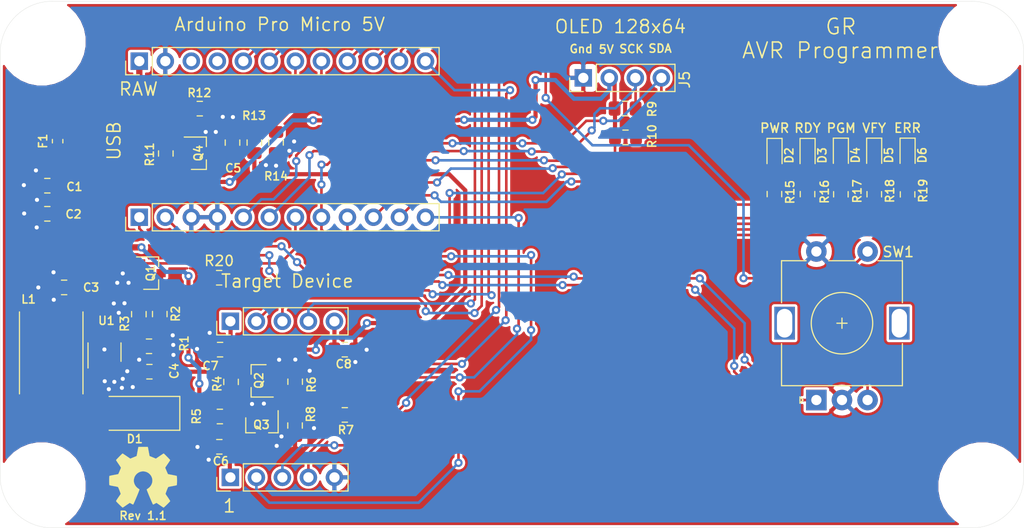
<source format=kicad_pcb>
(kicad_pcb (version 20171130) (host pcbnew "(5.1.2-1)-1")
  (layers (0 F.Cu signal) (31 B.Cu signal) (34 B.Paste user hide) (35 F.Paste user hide) (36 B.SilkS user hide) (37 F.SilkS user) (38 B.Mask user hide) (39 F.Mask user hide) (44 Edge.Cuts user))
  (net 0 "")
  (net 1 GNDREF)
  (net 2 "Net-(D2-Pad2)")
  (net 3 "Net-(D5-Pad2)")
  (net 4 /SDA)
  (net 5 /SCK)
  (net 6 VCC)
  (net 7 "Net-(C4-Pad1)")
  (net 8 /VTG)
  (net 9 /TG_RST)
  (net 10 "Net-(D1-Pad2)")
  (net 11 "Net-(D3-Pad2)")
  (net 12 "Net-(D4-Pad2)")
  (net 13 "Net-(D6-Pad2)")
  (net 14 /RAW)
  (net 15 /ENC_A)
  (net 16 /ENC_B)
  (net 17 /VRST)
  (net 18 /RDY)
  (net 19 /VFY)
  (net 20 /PGM)
  (net 21 /ERR)
  (net 22 /RST_EN)
  (net 23 /MOSI_SDI)
  (net 24 /VTG_MON)
  (net 25 /VTG_EN)
  (net 26 /ENC_SW)
  (net 27 /Vin)
  (net 28 /nRESET)
  (net 29 "Net-(Q1-Pad3)")
  (net 30 "Net-(Q2-Pad1)")
  (net 31 "Net-(Q3-Pad1)")
  (net 32 "Net-(Q3-Pad3)")
  (net 33 "Net-(Q4-Pad1)")
  (net 34 "Net-(R1-Pad1)")
  (net 35 /A2_D20)
  (net 36 /SCI)
  (net 37 /MISO_SII)
  (net 38 /SCK_SDO)
  (module Symbol:OSHW-Symbol_6.7x6mm_SilkScreen (layer F.Cu) (at 101.96068 91.44)
    (fp_text reference REF** hide)
    (fp_text value OSHW-Symbol_6.7x6mm_SilkScreen hide)
  )
  (module MountingHole:MountingHole_3.5mm (layer F.Cu) (at 92.075 48.895)
    (fp_text reference REF** hide)
    (fp_text value MountingHole_3.5mm)
    (pad 1 np_thru_hole circle (at 0 0) (size 3.5 3.5) (drill 3.5) (layers *.Cu *.Mask))
  )
  (module MountingHole:MountingHole_3.5mm (layer F.Cu) (at 183.896 48.895)
    (fp_text reference REF** hide)
    (fp_text value MountingHole_3.5mm)
    (pad 1 np_thru_hole circle (at 0 0) (size 3.5 3.5) (drill 3.5) (layers *.Cu *.Mask))
  )
  (module MountingHole:MountingHole_3.5mm (layer F.Cu) (at 183.896 92.3)
    (fp_text reference REF** hide)
    (fp_text value MountingHole_3.5mm)
    (pad 1 np_thru_hole circle (at 0 0) (size 3.5 3.5) (drill 3.5) (layers *.Cu *.Mask))
  )
  (module MountingHole:MountingHole_3.5mm (layer F.Cu) (at 92.075 92.3)
    (fp_text reference REF** hide)
    (fp_text value MountingHole_3.5mm)
    (pad 1 np_thru_hole circle (at 0 0) (size 3.5 3.5) (drill 3.5) (layers *.Cu *.Mask))
  )
  (module Resistor_SMD:R_0805_2012Metric_Pad1.15x1.40mm_HandSolder (layer F.Cu) (at 102.54604 78.6384)
    (fp_text reference R1 (at 3.44308 -0.2794 90) (layer F.SilkS) (effects (font (size 0.8 0.8))))
    (fp_text value 91K)
    (pad 2 smd roundrect (at 1.025 0) (size 1.15 1.4) (layers F.Cu F.Paste F.Mask) (roundrect_rratio 0.217391) (net 7 "Net-(C4-Pad1)"))
    (pad 1 smd roundrect (at -1.025 0) (size 1.15 1.4) (layers F.Cu F.Paste F.Mask) (roundrect_rratio 0.217391) (net 34 "Net-(R1-Pad1)"))
  )
  (module Resistor_SMD:R_0805_2012Metric_Pad1.15x1.40mm_HandSolder (layer F.Cu) (at 103.59644 75.49388 270)
    (fp_text reference R2 (at -0.03048 -1.5494 90) (layer F.SilkS) (effects (font (size 0.8 0.8))))
    (fp_text value 16K)
    (pad 2 smd roundrect (at 1.025 0 270) (size 1.15 1.4) (layers F.Cu F.Paste F.Mask) (roundrect_rratio 0.217391) (net 34 "Net-(R1-Pad1)"))
    (pad 1 smd roundrect (at -1.025 0 270) (size 1.15 1.4) (layers F.Cu F.Paste F.Mask) (roundrect_rratio 0.217391) (net 29 "Net-(Q1-Pad3)"))
  )
  (module Resistor_SMD:R_0805_2012Metric_Pad1.15x1.40mm_HandSolder (layer F.Cu) (at 101.55428 75.50404 270)
    (fp_text reference R3 (at 0.93472 1.38176 270) (layer F.SilkS) (effects (font (size 0.8 0.8))))
    (fp_text value 30K)
    (pad 2 smd roundrect (at 1.025 0 270) (size 1.15 1.4) (layers F.Cu F.Paste F.Mask) (roundrect_rratio 0.217391) (net 34 "Net-(R1-Pad1)"))
    (pad 1 smd roundrect (at -1.025 0 270) (size 1.15 1.4) (layers F.Cu F.Paste F.Mask) (roundrect_rratio 0.217391) (net 1 GNDREF))
  )
  (module Resistor_SMD:R_0805_2012Metric_Pad1.15x1.40mm_HandSolder (layer F.Cu) (at 110.55604 82.1182 90)
    (fp_text reference R4 (at -0.18288 -1.3462 270) (layer F.SilkS) (effects (font (size 0.8 0.8))))
    (fp_text value 91K)
    (pad 2 smd roundrect (at 1.025 0 90) (size 1.15 1.4) (layers F.Cu F.Paste F.Mask) (roundrect_rratio 0.217391) (net 7 "Net-(C4-Pad1)"))
    (pad 1 smd roundrect (at -1.025 0 90) (size 1.15 1.4) (layers F.Cu F.Paste F.Mask) (roundrect_rratio 0.217391) (net 30 "Net-(Q2-Pad1)"))
  )
  (module Resistor_SMD:R_0805_2012Metric_Pad1.15x1.40mm_HandSolder (layer F.Cu) (at 109.46384 85.4964 180)
    (fp_text reference R5 (at 2.28092 0.01524 270) (layer F.SilkS) (effects (font (size 0.8 0.8))))
    (fp_text value 10K)
    (pad 1 smd roundrect (at -1.025 0 180) (size 1.15 1.4) (layers F.Cu F.Paste F.Mask) (roundrect_rratio 0.217391) (net 32 "Net-(Q3-Pad3)"))
    (pad 2 smd roundrect (at 1.025 0 180) (size 1.15 1.4) (layers F.Cu F.Paste F.Mask) (roundrect_rratio 0.217391) (net 30 "Net-(Q2-Pad1)"))
  )
  (module Resistor_SMD:R_0805_2012Metric_Pad1.15x1.40mm_HandSolder (layer F.Cu) (at 116.8146 82.09788 270)
    (fp_text reference R6 (at 0.27432 -1.59512 90) (layer F.SilkS) (effects (font (size 0.8 0.8))))
    (fp_text value 2K)
    (pad 2 smd roundrect (at 1.025 0 270) (size 1.15 1.4) (layers F.Cu F.Paste F.Mask) (roundrect_rratio 0.217391) (net 9 /TG_RST))
    (pad 1 smd roundrect (at -1.025 0 270) (size 1.15 1.4) (layers F.Cu F.Paste F.Mask) (roundrect_rratio 0.217391) (net 1 GNDREF))
  )
  (module Resistor_SMD:R_0805_2012Metric_Pad1.15x1.40mm_HandSolder (layer F.Cu) (at 121.66092 85.33892 180)
    (fp_text reference R7 (at -0.1016 -1.4732 180) (layer F.SilkS) (effects (font (size 0.8 0.8))))
    (fp_text value 10K)
    (pad 1 smd roundrect (at -1.025 0 180) (size 1.15 1.4) (layers F.Cu F.Paste F.Mask) (roundrect_rratio 0.217391) (net 22 /RST_EN))
    (pad 2 smd roundrect (at 1.025 0 180) (size 1.15 1.4) (layers F.Cu F.Paste F.Mask) (roundrect_rratio 0.217391) (net 31 "Net-(Q3-Pad1)"))
  )
  (module Resistor_SMD:R_0805_2012Metric_Pad1.15x1.40mm_HandSolder (layer F.Cu) (at 149.06752 58.2422 180)
    (fp_text reference R10 (at -2.59588 0.11176 90) (layer F.SilkS) (effects (font (size 0.8 0.8))))
    (fp_text value 10K)
    (pad 2 smd roundrect (at 1.025 0 180) (size 1.15 1.4) (layers F.Cu F.Paste F.Mask) (roundrect_rratio 0.217391) (net 6 VCC))
    (pad 1 smd roundrect (at -1.025 0 180) (size 1.15 1.4) (layers F.Cu F.Paste F.Mask) (roundrect_rratio 0.217391) (net 4 /SDA))
  )
  (module Resistor_SMD:R_0805_2012Metric_Pad1.15x1.40mm_HandSolder (layer F.Cu) (at 104.18572 59.817 270)
    (fp_text reference R11 (at 0.09144 1.5748 90) (layer F.SilkS) (effects (font (size 0.8 0.8))))
    (fp_text value 91K)
    (pad 2 smd roundrect (at 1.025 0 270) (size 1.15 1.4) (layers F.Cu F.Paste F.Mask) (roundrect_rratio 0.217391) (net 6 VCC))
    (pad 1 smd roundrect (at -1.025 0 270) (size 1.15 1.4) (layers F.Cu F.Paste F.Mask) (roundrect_rratio 0.217391) (net 33 "Net-(Q4-Pad1)"))
  )
  (module Resistor_SMD:R_0805_2012Metric_Pad1.15x1.40mm_HandSolder (layer F.Cu) (at 107.50296 55.43804 180)
    (fp_text reference R12 (at 0.04064 1.53416) (layer F.SilkS) (effects (font (size 0.8 0.8))))
    (fp_text value 10K)
    (pad 2 smd roundrect (at 1.025 0 180) (size 1.15 1.4) (layers F.Cu F.Paste F.Mask) (roundrect_rratio 0.217391) (net 33 "Net-(Q4-Pad1)"))
    (pad 1 smd roundrect (at -1.025 0 180) (size 1.15 1.4) (layers F.Cu F.Paste F.Mask) (roundrect_rratio 0.217391) (net 25 /VTG_EN))
  )
  (module Resistor_SMD:R_0805_2012Metric_Pad1.15x1.40mm_HandSolder (layer F.Cu) (at 112.83188 58.7502 270)
    (fp_text reference R13 (at -2.62636 0.03048 180) (layer F.SilkS) (effects (font (size 0.8 0.8))))
    (fp_text value 91K)
    (pad 2 smd roundrect (at 1.025 0 270) (size 1.15 1.4) (layers F.Cu F.Paste F.Mask) (roundrect_rratio 0.217391) (net 8 /VTG))
    (pad 1 smd roundrect (at -1.025 0 270) (size 1.15 1.4) (layers F.Cu F.Paste F.Mask) (roundrect_rratio 0.217391) (net 24 /VTG_MON))
  )
  (module Resistor_SMD:R_0805_2012Metric_Pad1.15x1.40mm_HandSolder (layer F.Cu) (at 114.95024 58.74512 90)
    (fp_text reference R14 (at -3.29184 0) (layer F.SilkS) (effects (font (size 0.8 0.8))))
    (fp_text value 56K)
    (pad 1 smd roundrect (at -1.025 0 90) (size 1.15 1.4) (layers F.Cu F.Paste F.Mask) (roundrect_rratio 0.217391) (net 1 GNDREF))
    (pad 2 smd roundrect (at 1.025 0 90) (size 1.15 1.4) (layers F.Cu F.Paste F.Mask) (roundrect_rratio 0.217391) (net 24 /VTG_MON))
  )
  (module Resistor_SMD:R_0805_2012Metric_Pad1.15x1.40mm_HandSolder (layer F.Cu) (at 166.83736 63.78448 90)
    (fp_text reference R16 (at 0.2286 1.66624 90) (layer F.SilkS) (effects (font (size 0.8 0.8))))
    (fp_text value 1K)
    (pad 1 smd roundrect (at -1.025 0 90) (size 1.15 1.4) (layers F.Cu F.Paste F.Mask) (roundrect_rratio 0.217391) (net 18 /RDY))
    (pad 2 smd roundrect (at 1.025 0 90) (size 1.15 1.4) (layers F.Cu F.Paste F.Mask) (roundrect_rratio 0.217391) (net 11 "Net-(D3-Pad2)"))
  )
  (module Resistor_SMD:R_0805_2012Metric_Pad1.15x1.40mm_HandSolder (layer F.Cu) (at 170.09364 63.79972 90)
    (fp_text reference R17 (at 0.29464 1.6002 90) (layer F.SilkS) (effects (font (size 0.8 0.8))))
    (fp_text value 1K)
    (pad 2 smd roundrect (at 1.025 0 90) (size 1.15 1.4) (layers F.Cu F.Paste F.Mask) (roundrect_rratio 0.217391) (net 12 "Net-(D4-Pad2)"))
    (pad 1 smd roundrect (at -1.025 0 90) (size 1.15 1.4) (layers F.Cu F.Paste F.Mask) (roundrect_rratio 0.217391) (net 20 /PGM))
  )
  (module Resistor_SMD:R_0805_2012Metric_Pad1.15x1.40mm_HandSolder (layer F.Cu) (at 173.355 63.79464 90)
    (fp_text reference R18 (at 0.31496 1.52908 90) (layer F.SilkS) (effects (font (size 0.8 0.8))))
    (fp_text value 1K)
    (pad 1 smd roundrect (at -1.025 0 90) (size 1.15 1.4) (layers F.Cu F.Paste F.Mask) (roundrect_rratio 0.217391) (net 19 /VFY))
    (pad 2 smd roundrect (at 1.025 0 90) (size 1.15 1.4) (layers F.Cu F.Paste F.Mask) (roundrect_rratio 0.217391) (net 3 "Net-(D5-Pad2)"))
  )
  (module Resistor_SMD:R_0805_2012Metric_Pad1.15x1.40mm_HandSolder (layer F.Cu) (at 176.6062 63.80988 90)
    (fp_text reference R19 (at 0.3556 1.51384 90) (layer F.SilkS) (effects (font (size 0.8 0.8))))
    (fp_text value 1K)
    (pad 2 smd roundrect (at 1.025 0 90) (size 1.15 1.4) (layers F.Cu F.Paste F.Mask) (roundrect_rratio 0.217391) (net 13 "Net-(D6-Pad2)"))
    (pad 1 smd roundrect (at -1.025 0 90) (size 1.15 1.4) (layers F.Cu F.Paste F.Mask) (roundrect_rratio 0.217391) (net 21 /ERR))
  )
  (module Capacitor_SMD:C_0805_2012Metric_Pad1.15x1.40mm_HandSolder (layer F.Cu) (at 94.2594 72.89292 180)
    (fp_text reference C3 (at -2.63652 -0.00508 unlocked) (layer F.SilkS) (effects (font (size 0.8 0.8))))
    (fp_text value 4.7uF)
    (pad 1 smd roundrect (at -1.025 0 180) (size 1.15 1.4) (layers F.Cu F.Paste F.Mask) (roundrect_rratio 0.217391) (net 6 VCC))
    (pad 2 smd roundrect (at 1.025 0 180) (size 1.15 1.4) (layers F.Cu F.Paste F.Mask) (roundrect_rratio 0.217391) (net 1 GNDREF))
  )
  (module Capacitor_SMD:C_0805_2012Metric_Pad1.15x1.40mm_HandSolder (layer F.Cu) (at 110.69828 58.75528 90)
    (fp_text reference C5 (at -2.49428 0.07112 180) (layer F.SilkS) (effects (font (size 0.8 0.8))))
    (fp_text value 100nF)
    (pad 2 smd roundrect (at 1.025 0 90) (size 1.15 1.4) (layers F.Cu F.Paste F.Mask) (roundrect_rratio 0.217) (net 1 GNDREF))
    (pad 1 smd roundrect (at -1.025 0 90) (size 1.15 1.4) (layers F.Cu F.Paste F.Mask) (roundrect_rratio 0.217391) (net 8 /VTG))
  )
  (module Package_TO_SOT_SMD:SOT-23 (layer F.Cu) (at 102.72776 71.49592)
    (fp_text reference Q1 (at -0.0254 0.0127 90) (layer F.SilkS) (effects (font (size 0.8 0.8))))
    (fp_text value BSS138)
    (pad 1 smd rect (at -1 -0.95) (size 0.9 0.8) (layers F.Cu F.Paste F.Mask) (net 17 /VRST))
    (pad 2 smd rect (at -1 0.95) (size 0.9 0.8) (layers F.Cu F.Paste F.Mask) (net 1 GNDREF))
    (pad 3 smd rect (at 1 0) (size 0.9 0.8) (layers F.Cu F.Paste F.Mask) (net 29 "Net-(Q1-Pad3)"))
  )
  (module Package_TO_SOT_SMD:SOT-23 (layer F.Cu) (at 113.27384 82.0166 180)
    (fp_text reference Q2 (at -0.0127 0.0381 90) (layer F.SilkS) (effects (font (size 0.8 0.8))))
    (fp_text value MMBT3906)
    (pad 3 smd rect (at 1 0 180) (size 0.9 0.8) (layers F.Cu F.Paste F.Mask) (net 9 /TG_RST))
    (pad 2 smd rect (at -1 0.95 180) (size 0.9 0.8) (layers F.Cu F.Paste F.Mask) (net 7 "Net-(C4-Pad1)"))
    (pad 1 smd rect (at -1 -0.95 180) (size 0.9 0.8) (layers F.Cu F.Paste F.Mask) (net 30 "Net-(Q2-Pad1)"))
  )
  (module Package_TO_SOT_SMD:SOT-23 (layer F.Cu) (at 113.57356 86.32444 270)
    (fp_text reference Q3 (at -0.0254 0.0508) (layer F.SilkS) (effects (font (size 0.8 0.8))))
    (fp_text value MMBT3904)
    (pad 1 smd rect (at -1 -0.95 270) (size 0.9 0.8) (layers F.Cu F.Paste F.Mask) (net 31 "Net-(Q3-Pad1)"))
    (pad 2 smd rect (at -1 0.95 270) (size 0.9 0.8) (layers F.Cu F.Paste F.Mask) (net 1 GNDREF))
    (pad 3 smd rect (at 1 0 270) (size 0.9 0.8) (layers F.Cu F.Paste F.Mask) (net 32 "Net-(Q3-Pad3)"))
  )
  (module Package_TO_SOT_SMD:SOT-23 (layer F.Cu) (at 107.38612 59.7916)
    (fp_text reference Q4 (at -0.0127 -0.0127 90) (layer F.SilkS) (effects (font (size 0.8 0.8))))
    (fp_text value BSS83P)
    (pad 3 smd rect (at 1 0) (size 0.9 0.8) (layers F.Cu F.Paste F.Mask) (net 8 /VTG))
    (pad 2 smd rect (at -1 0.95) (size 0.9 0.8) (layers F.Cu F.Paste F.Mask) (net 6 VCC))
    (pad 1 smd rect (at -1 -0.95) (size 0.9 0.8) (layers F.Cu F.Paste F.Mask) (net 33 "Net-(Q4-Pad1)"))
  )
  (module Resistor_SMD:R_0805_2012Metric_Pad1.15x1.40mm_HandSolder (layer F.Cu) (at 116.80444 86.37524 90)
    (fp_text reference R8 (at 1.10236 1.53416 90) (layer F.SilkS) (effects (font (size 0.8 0.8))))
    (fp_text value 91K)
    (pad 2 smd roundrect (at 1.025 0 90) (size 1.15 1.4) (layers F.Cu F.Paste F.Mask) (roundrect_rratio 0.217391) (net 31 "Net-(Q3-Pad1)"))
    (pad 1 smd roundrect (at -1.025 0 90) (size 1.15 1.4) (layers F.Cu F.Paste F.Mask) (roundrect_rratio 0.217391) (net 1 GNDREF))
  )
  (module Capacitor_SMD:C_0805_2012Metric_Pad1.15x1.40mm_HandSolder (layer F.Cu) (at 92.61856 62.96152 180)
    (fp_text reference C1 (at -2.64668 -0.10668) (layer F.SilkS) (effects (font (size 0.8 0.8))))
    (fp_text value 4.7uF)
    (pad 2 smd roundrect (at 1.025 0 180) (size 1.15 1.4) (layers F.Cu F.Paste F.Mask) (roundrect_rratio 0.217391) (net 1 GNDREF))
    (pad 1 smd roundrect (at -1.025 0 180) (size 1.15 1.4) (layers F.Cu F.Paste F.Mask) (roundrect_rratio 0.217391) (net 6 VCC))
  )
  (module Capacitor_SMD:C_0805_2012Metric_Pad1.15x1.40mm_HandSolder (layer F.Cu) (at 92.61856 65.70472 180)
    (fp_text reference C2 (at -2.56032 -0.04064) (layer F.SilkS) (effects (font (size 0.8 0.8))))
    (fp_text value 100nF)
    (pad 1 smd roundrect (at -1.025 0 180) (size 1.15 1.4) (layers F.Cu F.Paste F.Mask) (roundrect_rratio 0.217391) (net 6 VCC))
    (pad 2 smd roundrect (at 1.025 0 180) (size 1.15 1.4) (layers F.Cu F.Paste F.Mask) (roundrect_rratio 0.217391) (net 1 GNDREF))
  )
  (module Capacitor_SMD:C_0805_2012Metric_Pad1.15x1.40mm_HandSolder (layer F.Cu) (at 102.58552 81.12252 180)
    (fp_text reference C4 (at -2.42824 0.0762 90) (layer F.SilkS) (effects (font (size 0.8 0.8))))
    (fp_text value 4.7uF)
    (pad 1 smd roundrect (at -1.025 0 180) (size 1.15 1.4) (layers F.Cu F.Paste F.Mask) (roundrect_rratio 0.217391) (net 7 "Net-(C4-Pad1)"))
    (pad 2 smd roundrect (at 1.025 0 180) (size 1.15 1.4) (layers F.Cu F.Paste F.Mask) (roundrect_rratio 0.217391) (net 1 GNDREF))
  )
  (module Capacitor_SMD:C_0805_2012Metric_Pad1.15x1.40mm_HandSolder (layer F.Cu) (at 109.41304 88.45296 180)
    (fp_text reference C6 (at -0.14732 -1.40208) (layer F.SilkS) (effects (font (size 0.8 0.8))))
    (fp_text value 100nF)
    (pad 2 smd roundrect (at 1.025 0 180) (size 1.15 1.4) (layers F.Cu F.Paste F.Mask) (roundrect_rratio 0.217391) (net 1 GNDREF))
    (pad 1 smd roundrect (at -1.025 0 180) (size 1.15 1.4) (layers F.Cu F.Paste F.Mask) (roundrect_rratio 0.217391) (net 6 VCC))
  )
  (module Capacitor_SMD:C_0805_2012Metric_Pad1.15x1.40mm_HandSolder (layer F.Cu) (at 109.48416 78.9686 180)
    (fp_text reference C7 (at 0.93472 -1.58496) (layer F.SilkS) (effects (font (size 0.8 0.8))))
    (fp_text value 100nF)
    (pad 1 smd roundrect (at -1.025 0 180) (size 1.15 1.4) (layers F.Cu F.Paste F.Mask) (roundrect_rratio 0.217391) (net 8 /VTG))
    (pad 2 smd roundrect (at 1.025 0 180) (size 1.15 1.4) (layers F.Cu F.Paste F.Mask) (roundrect_rratio 0.217391) (net 1 GNDREF))
  )
  (module Capacitor_SMD:C_0805_2012Metric_Pad1.15x1.40mm_HandSolder (layer F.Cu) (at 121.66092 78.9686)
    (fp_text reference C8 (at -0.10668 1.40716) (layer F.SilkS) (effects (font (size 0.8 0.8))))
    (fp_text value 100nF)
    (pad 2 smd roundrect (at 1.025 0) (size 1.15 1.4) (layers F.Cu F.Paste F.Mask) (roundrect_rratio 0.217391) (net 1 GNDREF))
    (pad 1 smd roundrect (at -1.025 0) (size 1.15 1.4) (layers F.Cu F.Paste F.Mask) (roundrect_rratio 0.217391) (net 9 /TG_RST))
  )
  (module Diode_SMD:D_SMA_Handsoldering (layer F.Cu) (at 101.15296 85.18652 180)
    (fp_text reference D1 (at 0 -2.5) (layer F.SilkS) (effects (font (size 0.8 0.8))))
    (fp_text value SK35)
    (pad 1 smd rect (at -2.5 0 180) (size 3.5 1.8) (layers F.Cu F.Paste F.Mask) (net 7 "Net-(C4-Pad1)"))
    (pad 2 smd rect (at 2.5 0 180) (size 3.5 1.8) (layers F.Cu F.Paste F.Mask) (net 10 "Net-(D1-Pad2)"))
  )
  (module LED_SMD:LED_0603_1608Metric_Pad1.05x0.95mm_HandSolder (layer F.Cu) (at 163.61664 60.00496 270)
    (fp_text reference D2 (at 0 -1.43 90) (layer F.SilkS) (effects (font (size 0.8 0.8))))
    (fp_text value LED)
    (pad 1 smd roundrect (at -0.875 0 270) (size 1.05 0.95) (layers F.Cu F.Paste F.Mask) (net 1 GNDREF))
    (pad 2 smd roundrect (at 0.875 0 270) (size 1.05 0.95) (layers F.Cu F.Paste F.Mask) (net 2 "Net-(D2-Pad2)"))
  )
  (module LED_SMD:LED_0603_1608Metric_Pad1.05x0.95mm_HandSolder (layer F.Cu) (at 166.84244 60.00496 270)
    (fp_text reference D3 (at 0 -1.43 90) (layer F.SilkS) (effects (font (size 0.8 0.8))))
    (fp_text value LED)
    (pad 1 smd roundrect (at -0.875 0 270) (size 1.05 0.95) (layers F.Cu F.Paste F.Mask) (net 1 GNDREF))
    (pad 2 smd roundrect (at 0.875 0 270) (size 1.05 0.95) (layers F.Cu F.Paste F.Mask) (net 11 "Net-(D3-Pad2)"))
  )
  (module LED_SMD:LED_0603_1608Metric_Pad1.05x0.95mm_HandSolder (layer F.Cu) (at 170.09364 59.97956 270)
    (fp_text reference D4 (at 0 -1.43 90) (layer F.SilkS) (effects (font (size 0.8 0.8))))
    (fp_text value LED)
    (pad 2 smd roundrect (at 0.875 0 270) (size 1.05 0.95) (layers F.Cu F.Paste F.Mask) (net 12 "Net-(D4-Pad2)"))
    (pad 1 smd roundrect (at -0.875 0 270) (size 1.05 0.95) (layers F.Cu F.Paste F.Mask) (net 1 GNDREF))
  )
  (module LED_SMD:LED_0603_1608Metric_Pad1.05x0.95mm_HandSolder (layer F.Cu) (at 173.34484 59.97956 270)
    (fp_text reference D5 (at 0 -1.43 90) (layer F.SilkS) (effects (font (size 0.8 0.8))))
    (fp_text value LED)
    (pad 2 smd roundrect (at 0.875 0 270) (size 1.05 0.95) (layers F.Cu F.Paste F.Mask) (net 3 "Net-(D5-Pad2)"))
    (pad 1 smd roundrect (at -0.875 0 270) (size 1.05 0.95) (layers F.Cu F.Paste F.Mask) (net 1 GNDREF))
  )
  (module LED_SMD:LED_0603_1608Metric_Pad1.05x0.95mm_HandSolder (layer F.Cu) (at 176.6062 59.97956 270)
    (fp_text reference D6 (at 0 -1.43 90) (layer F.SilkS) (effects (font (size 0.8 0.8))))
    (fp_text value LED)
    (pad 1 smd roundrect (at -0.875 0 270) (size 1.05 0.95) (layers F.Cu F.Paste F.Mask) (net 1 GNDREF))
    (pad 2 smd roundrect (at 0.875 0 270) (size 1.05 0.95) (layers F.Cu F.Paste F.Mask) (net 13 "Net-(D6-Pad2)"))
  )
  (module Fuse:Fuse_0603_1608Metric_Pad1.05x0.95mm_HandSolder (layer F.Cu) (at 93.6244 58.61304 90)
    (fp_text reference F1 (at 0 -1.43 90) (layer F.SilkS) (effects (font (size 0.8 0.8))))
    (fp_text value PTC)
    (pad 1 smd roundrect (at -0.875 0 90) (size 1.05 0.95) (layers F.Cu F.Paste F.Mask) (net 6 VCC))
    (pad 2 smd roundrect (at 0.875 0 90) (size 1.05 0.95) (layers F.Cu F.Paste F.Mask) (net 14 /RAW))
  )
  (module Connector_PinHeader_2.54mm:PinHeader_1x12_P2.54mm_Vertical (layer F.Cu) (at 101.6 66.04 90)
    (fp_text reference J1 hide)
    (fp_text value Conn_01x12)
    (pad 1 thru_hole rect (at 0 0 90) (size 1.7 1.7) (drill 1) (layers *.Cu *.Mask) (net 15 /ENC_A))
    (pad 2 thru_hole oval (at 0 2.54 90) (size 1.7 1.7) (drill 1) (layers *.Cu *.Mask) (net 16 /ENC_B))
    (pad 3 thru_hole oval (at 0 5.08 90) (size 1.7 1.7) (drill 1) (layers *.Cu *.Mask) (net 1 GNDREF))
    (pad 4 thru_hole oval (at 0 7.62 90) (size 1.7 1.7) (drill 1) (layers *.Cu *.Mask) (net 1 GNDREF))
    (pad 5 thru_hole oval (at 0 10.16 90) (size 1.7 1.7) (drill 1) (layers *.Cu *.Mask) (net 4 /SDA))
    (pad 6 thru_hole oval (at 0 12.7 90) (size 1.7 1.7) (drill 1) (layers *.Cu *.Mask) (net 5 /SCK))
    (pad 7 thru_hole oval (at 0 15.24 90) (size 1.7 1.7) (drill 1) (layers *.Cu *.Mask) (net 17 /VRST))
    (pad 8 thru_hole oval (at 0 17.78 90) (size 1.7 1.7) (drill 1) (layers *.Cu *.Mask) (net 18 /RDY))
    (pad 9 thru_hole oval (at 0 20.32 90) (size 1.7 1.7) (drill 1) (layers *.Cu *.Mask) (net 19 /VFY))
    (pad 10 thru_hole oval (at 0 22.86 90) (size 1.7 1.7) (drill 1) (layers *.Cu *.Mask) (net 20 /PGM))
    (pad 11 thru_hole oval (at 0 25.4 90) (size 1.7 1.7) (drill 1) (layers *.Cu *.Mask) (net 21 /ERR))
    (pad 12 thru_hole oval (at 0 27.94 90) (size 1.7 1.7) (drill 1) (layers *.Cu *.Mask) (net 36 /SCI))
  )
  (module Connector_PinHeader_2.54mm:PinHeader_1x12_P2.54mm_Vertical (layer F.Cu) (at 101.6 50.8 90)
    (fp_text reference J2 hide)
    (fp_text value Conn_01x12)
    (pad 12 thru_hole oval (at 0 27.94 90) (size 1.7 1.7) (drill 1) (layers *.Cu *.Mask) (net 22 /RST_EN))
    (pad 11 thru_hole oval (at 0 25.4 90) (size 1.7 1.7) (drill 1) (layers *.Cu *.Mask) (net 23 /MOSI_SDI))
    (pad 10 thru_hole oval (at 0 22.86 90) (size 1.7 1.7) (drill 1) (layers *.Cu *.Mask) (net 37 /MISO_SII))
    (pad 9 thru_hole oval (at 0 20.32 90) (size 1.7 1.7) (drill 1) (layers *.Cu *.Mask) (net 38 /SCK_SDO))
    (pad 8 thru_hole oval (at 0 17.78 90) (size 1.7 1.7) (drill 1) (layers *.Cu *.Mask) (net 24 /VTG_MON))
    (pad 7 thru_hole oval (at 0 15.24 90) (size 1.7 1.7) (drill 1) (layers *.Cu *.Mask) (net 25 /VTG_EN))
    (pad 6 thru_hole oval (at 0 12.7 90) (size 1.7 1.7) (drill 1) (layers *.Cu *.Mask) (net 35 /A2_D20))
    (pad 5 thru_hole oval (at 0 10.16 90) (size 1.7 1.7) (drill 1) (layers *.Cu *.Mask) (net 26 /ENC_SW))
    (pad 4 thru_hole oval (at 0 7.62 90) (size 1.7 1.7) (drill 1) (layers *.Cu *.Mask) (net 27 /Vin))
    (pad 3 thru_hole oval (at 0 5.08 90) (size 1.7 1.7) (drill 1) (layers *.Cu *.Mask) (net 28 /nRESET))
    (pad 2 thru_hole oval (at 0 2.54 90) (size 1.7 1.7) (drill 1) (layers *.Cu *.Mask) (net 1 GNDREF))
    (pad 1 thru_hole rect (at 0 0 90) (size 1.7 1.7) (drill 1) (layers *.Cu *.Mask) (net 14 /RAW))
  )
  (module Connector_PinHeader_2.54mm:PinHeader_1x05_P2.54mm_Vertical (layer F.Cu) (at 110.49 91.44 90)
    (fp_text reference J3 hide)
    (fp_text value Conn_01x05)
    (pad 1 thru_hole rect (at 0 0 90) (size 1.7 1.7) (drill 1) (layers *.Cu *.Mask) (net 6 VCC))
    (pad 2 thru_hole oval (at 0 2.54 90) (size 1.7 1.7) (drill 1) (layers *.Cu *.Mask) (net 18 /RDY))
    (pad 3 thru_hole oval (at 0 5.08 90) (size 1.7 1.7) (drill 1) (layers *.Cu *.Mask) (net 35 /A2_D20))
    (pad 4 thru_hole oval (at 0 7.62 90) (size 1.7 1.7) (drill 1) (layers *.Cu *.Mask) (net 36 /SCI))
    (pad 5 thru_hole oval (at 0 10.16 90) (size 1.7 1.7) (drill 1) (layers *.Cu *.Mask) (net 1 GNDREF))
  )
  (module Connector_PinHeader_2.54mm:PinHeader_1x05_P2.54mm_Vertical (layer F.Cu) (at 110.49 76.2 90)
    (fp_text reference J4 hide)
    (fp_text value Conn_01x05)
    (pad 5 thru_hole oval (at 0 10.16 90) (size 1.7 1.7) (drill 1) (layers *.Cu *.Mask) (net 9 /TG_RST))
    (pad 4 thru_hole oval (at 0 7.62 90) (size 1.7 1.7) (drill 1) (layers *.Cu *.Mask) (net 23 /MOSI_SDI))
    (pad 3 thru_hole oval (at 0 5.08 90) (size 1.7 1.7) (drill 1) (layers *.Cu *.Mask) (net 37 /MISO_SII))
    (pad 2 thru_hole oval (at 0 2.54 90) (size 1.7 1.7) (drill 1) (layers *.Cu *.Mask) (net 38 /SCK_SDO))
    (pad 1 thru_hole rect (at 0 0 90) (size 1.7 1.7) (drill 1) (layers *.Cu *.Mask) (net 8 /VTG))
  )
  (module Connector_PinHeader_2.54mm:PinHeader_1x04_P2.54mm_Vertical (layer F.Cu) (at 144.94764 52.43576 90)
    (fp_text reference J5 (at -0.17272 9.89584 90) (layer F.SilkS))
    (fp_text value Conn_01x04)
    (pad 1 thru_hole rect (at 0 0 90) (size 1.7 1.7) (drill 1) (layers *.Cu *.Mask) (net 1 GNDREF))
    (pad 2 thru_hole oval (at 0 2.54 90) (size 1.7 1.7) (drill 1) (layers *.Cu *.Mask) (net 6 VCC))
    (pad 3 thru_hole oval (at 0 5.08 90) (size 1.7 1.7) (drill 1) (layers *.Cu *.Mask) (net 5 /SCK))
    (pad 4 thru_hole oval (at 0 7.62 90) (size 1.7 1.7) (drill 1) (layers *.Cu *.Mask) (net 4 /SDA))
  )
  (module Resistor_SMD:R_0805_2012Metric_Pad1.15x1.40mm_HandSolder (layer F.Cu) (at 149.02688 55.42788 180)
    (fp_text reference R9 (at -2.63652 -0.04572 90) (layer F.SilkS) (effects (font (size 0.8 0.8))))
    (fp_text value 10K)
    (pad 1 smd roundrect (at -1.025 0 180) (size 1.15 1.4) (layers F.Cu F.Paste F.Mask) (roundrect_rratio 0.217391) (net 5 /SCK))
    (pad 2 smd roundrect (at 1.025 0 180) (size 1.15 1.4) (layers F.Cu F.Paste F.Mask) (roundrect_rratio 0.217391) (net 6 VCC))
  )
  (module Resistor_SMD:R_0805_2012Metric_Pad1.15x1.40mm_HandSolder (layer F.Cu) (at 163.60648 63.7794 90)
    (fp_text reference R15 (at 0.19304 1.53416 90) (layer F.SilkS) (effects (font (size 0.8 0.8))))
    (fp_text value 1K)
    (pad 2 smd roundrect (at 1.025 0 90) (size 1.15 1.4) (layers F.Cu F.Paste F.Mask) (roundrect_rratio 0.217391) (net 2 "Net-(D2-Pad2)"))
    (pad 1 smd roundrect (at -1.025 0 90) (size 1.15 1.4) (layers F.Cu F.Paste F.Mask) (roundrect_rratio 0.217391) (net 6 VCC))
  )
  (module Rotary_Encoder:RotaryEncoder_Alps_EC11E-Switch_Vertical_H20mm (layer F.Cu) (at 167.70096 83.88604 90)
    (fp_text reference SW1 (at 14.45768 8.001 180) (layer F.SilkS))
    (fp_text value Rotary_Encoder_Switch)
    (pad S1 thru_hole circle (at 14.5 5 90) (size 2 2) (drill 1) (layers *.Cu *.Mask) (net 26 /ENC_SW))
    (pad S2 thru_hole circle (at 14.5 0 90) (size 2 2) (drill 1) (layers *.Cu *.Mask) (net 1 GNDREF))
    (pad MP thru_hole rect (at 7.5 8.1 90) (size 3.2 2) (drill oval 2.8 1.5) (layers *.Cu *.Mask))
    (pad MP thru_hole rect (at 7.5 -3.1 90) (size 3.2 2) (drill oval 2.8 1.5) (layers *.Cu *.Mask))
    (pad B thru_hole circle (at 0 5 90) (size 2 2) (drill 1) (layers *.Cu *.Mask) (net 16 /ENC_B))
    (pad C thru_hole circle (at 0 2.5 90) (size 2 2) (drill 1) (layers *.Cu *.Mask) (net 1 GNDREF))
    (pad A thru_hole rect (at 0 0 90) (size 2 2) (drill 1) (layers *.Cu *.Mask) (net 15 /ENC_A))
  )
  (module Package_TO_SOT_SMD:SOT-23-5_HandSoldering (layer F.Cu) (at 98.20148 79.20864 90)
    (fp_text reference U1 (at 3.0696 0.18796 180) (layer F.SilkS) (effects (font (size 0.8 0.8))))
    (fp_text value AP3012)
    (pad 1 smd rect (at -1.35 -0.95 90) (size 1.56 0.65) (layers F.Cu F.Paste F.Mask) (net 10 "Net-(D1-Pad2)"))
    (pad 2 smd rect (at -1.35 0 90) (size 1.56 0.65) (layers F.Cu F.Paste F.Mask) (net 1 GNDREF))
    (pad 3 smd rect (at -1.35 0.95 90) (size 1.56 0.65) (layers F.Cu F.Paste F.Mask) (net 34 "Net-(R1-Pad1)"))
    (pad 4 smd rect (at 1.35 0.95 90) (size 1.56 0.65) (layers F.Cu F.Paste F.Mask) (net 6 VCC))
    (pad 5 smd rect (at 1.35 -0.95 90) (size 1.56 0.65) (layers F.Cu F.Paste F.Mask) (net 6 VCC))
  )
  (module Inductor_SMD:L_Taiyo-Yuden_NR-60xx_HandSoldering (layer F.Cu) (at 92.99956 79.28356 270)
    (fp_text reference L1 (at -5.2324 2.21488 180) (layer F.SilkS) (effects (font (size 0.8 0.8))))
    (fp_text value 22uH)
    (pad 1 smd rect (at -2.775 0 270) (size 2.45 5.9) (layers F.Cu F.Paste F.Mask) (net 6 VCC))
    (pad 2 smd rect (at 2.775 0 270) (size 2.45 5.9) (layers F.Cu F.Paste F.Mask) (net 10 "Net-(D1-Pad2)"))
  )
  (module Resistor_SMD:R_0805_2012Metric_Pad1.15x1.40mm_HandSolder (layer F.Cu) (at 109.39272 71.94804)
    (fp_text reference R20 (at 0 -1.65) (layer F.SilkS))
    (fp_text value 91K)
    (pad 1 smd roundrect (at -1.025 0) (size 1.15 1.4) (layers F.Cu F.Paste F.Mask) (roundrect_rratio 0.217391) (net 1 GNDREF))
    (pad 2 smd roundrect (at 1.025 0) (size 1.15 1.4) (layers F.Cu F.Paste F.Mask) (roundrect_rratio 0.217391) (net 17 /VRST))
  )
  (gr_text "Rev 1.1" (at 101.96068 95.18396) (layer F.SilkS) (effects (font (size 0.8 0.8))))
  (gr_text ERR (at 176.59604 57.33288) (layer F.SilkS) (effects (font (size 0.9 0.9))))
  (gr_text PGM (at 170.1292 57.34304) (layer F.SilkS) (effects (font (size 0.9 0.9))))
  (gr_text VFY (at 173.33976 57.34304) (layer F.SilkS) (effects (font (size 0.9 0.9))))
  (gr_text RDY (at 166.84244 57.33796) (layer F.SilkS) (effects (font (size 0.9 0.9))))
  (gr_text PWR (at 163.6268 57.33796) (layer F.SilkS) (effects (font (size 0.9 0.9))))
  (gr_text "OLED 128x64" (at 148.56968 47.42688) (layer F.SilkS) (effects (font (size 1.27 1.27) (thickness 0.1524))))
  (gr_text 1 (at 110.39348 94.22892) (layer F.SilkS) (effects (font (size 1.27 1.27) (thickness 0.1524))))
  (gr_text "Target Device" (at 116.04752 72.27316) (layer F.SilkS) (effects (font (size 1.27 1.27) (thickness 0.1524))))
  (gr_text "Arduino Pro Micro 5V" (at 115.31092 47.21352) (layer F.SilkS) (effects (font (size 1.27 1.27) (thickness 0.1524))))
  (gr_text RAW (at 101.51364 53.52796) (layer F.SilkS) (effects (font (size 1.27 1.27) (thickness 0.1524))))
  (gr_text USB (at 99.12604 58.58256 90) (layer F.SilkS) (effects (font (size 1.27 1.27) (thickness 0.1524))))
  (gr_text SDA (at 152.44064 49.56556) (layer F.SilkS) (effects (font (size 0.8 0.8))))
  (gr_text SCK (at 149.64918 49.60874) (layer F.SilkS) (effects (font (size 0.8 0.8))))
  (gr_text 5V (at 147.193 49.64938) (layer F.SilkS) (effects (font (size 0.8 0.8))))
  (gr_text Gnd (at 144.73428 49.60874) (layer F.SilkS) (effects (font (size 0.8 0.8))))
  (gr_text GR (at 170.09364 47.43704) (layer F.SilkS) (effects (font (size 1.524 1.524))))
  (gr_text "AVR Programmer" (at 170.01744 49.75352) (layer F.SilkS) (effects (font (size 1.524 1.524))))
  (gr_arc (start 93.091 91.284) (end 88.011 91.284) (angle -90) (layer Edge.Cuts) (width 0.0254))
  (gr_arc (start 182.88 91.284) (end 182.88 96.364) (angle -90) (layer Edge.Cuts) (width 0.0254))
  (gr_arc (start 182.88 50.038) (end 187.96 50.038) (angle -90) (layer Edge.Cuts) (width 0.0254))
  (gr_arc (start 93.091 50.038) (end 93.091 44.958) (angle -90) (layer Edge.Cuts) (width 0.0254))
  (gr_line (start 88.011 91.284) (end 88.011 50.038) (layer Edge.Cuts) (width 0.0254))
  (gr_line (start 182.88 96.364) (end 93.091 96.364) (layer Edge.Cuts) (width 0.0254))
  (gr_line (start 187.96 50.038) (end 187.96 91.284) (layer Edge.Cuts) (width 0.0254))
  (gr_line (start 93.091 44.958) (end 182.88 44.958) (layer Edge.Cuts) (width 0.0254))
  (via (at 98.2218 82.05216) (size 0.8) (drill 0.4) (layers F.Cu B.Cu) (net 1))
  (via (at 99.1616 82.11312) (size 0.8) (drill 0.4) (layers F.Cu B.Cu) (net 1))
  (via (at 98.62312 82.8294) (size 0.8) (drill 0.4) (layers F.Cu B.Cu) (net 1))
  (via (at 99.8982 82.69732) (size 0.8) (drill 0.4) (layers F.Cu B.Cu) (net 1))
  (via (at 98.19132 78.94828) (size 0.8) (drill 0.4) (layers F.Cu B.Cu) (net 1))
  (via (at 100.54844 72.4408) (size 0.8) (drill 0.4) (layers F.Cu B.Cu) (net 1))
  (via (at 100.1522 74.43724) (size 0.8) (drill 0.4) (layers F.Cu B.Cu) (net 1))
  (via (at 99.44608 72.4408) (size 0.8) (drill 0.4) (layers F.Cu B.Cu) (net 1))
  (via (at 99.1108 74.45756) (size 0.8) (drill 0.4) (layers F.Cu B.Cu) (net 1))
  (via (at 99.5934 75.37196) (size 0.8) (drill 0.4) (layers F.Cu B.Cu) (net 1))
  (via (at 99.98456 71.5264) (size 0.8) (drill 0.4) (layers F.Cu B.Cu) (net 1))
  (via (at 93.22308 71.41464) (size 0.8) (drill 0.4) (layers F.Cu B.Cu) (net 1))
  (via (at 91.73972 72.898) (size 0.8) (drill 0.4) (layers F.Cu B.Cu) (net 1))
  (via (at 93.24848 74.09688) (size 0.8) (drill 0.4) (layers F.Cu B.Cu) (net 1))
  (via (at 91.58224 67.03568) (size 0.8) (drill 0.4) (layers F.Cu B.Cu) (net 1))
  (via (at 90.35796 65.67424) (size 0.8) (drill 0.4) (layers F.Cu B.Cu) (net 1))
  (via (at 90.32748 62.90564) (size 0.8) (drill 0.4) (layers F.Cu B.Cu) (net 1))
  (via (at 91.50604 61.468) (size 0.8) (drill 0.4) (layers F.Cu B.Cu) (net 1))
  (via (at 91.60764 64.34328) (size 0.8) (drill 0.4) (layers F.Cu B.Cu) (net 1))
  (via (at 100.95992 82.62112) (size 0.8) (drill 0.4) (layers F.Cu B.Cu) (net 1))
  (via (at 100.42144 81.0768) (size 0.8) (drill 0.4) (layers F.Cu B.Cu) (net 1))
  (via (at 99.98456 81.81848) (size 0.8) (drill 0.4) (layers F.Cu B.Cu) (net 1))
  (via (at 101.58476 79.94904) (size 0.8) (drill 0.4) (layers F.Cu B.Cu) (net 1))
  (via (at 104.86136 77.56652) (size 0.8) (drill 0.4) (layers F.Cu B.Cu) (net 1))
  (via (at 104.91216 78.50632) (size 0.8) (drill 0.4) (layers F.Cu B.Cu) (net 1))
  (via (at 104.93248 79.48168) (size 0.8) (drill 0.4) (layers F.Cu B.Cu) (net 1))
  (via (at 110.73892 56.261) (size 0.8) (drill 0.4) (layers F.Cu B.Cu) (net 1))
  (via (at 109.0676 57.71388) (size 0.8) (drill 0.4) (layers F.Cu B.Cu) (net 1))
  (via (at 108.08208 57.71388) (size 0.8) (drill 0.4) (layers F.Cu B.Cu) (net 1))
  (via (at 109.74832 56.24068) (size 0.8) (drill 0.4) (layers F.Cu B.Cu) (net 1))
  (via (at 114.95024 61.0108) (size 0.8) (drill 0.4) (layers F.Cu B.Cu) (net 1))
  (via (at 116.25072 59.55284) (size 0.8) (drill 0.4) (layers F.Cu B.Cu) (net 1))
  (via (at 108.46816 77.32776) (size 0.8) (drill 0.4) (layers F.Cu B.Cu) (net 1))
  (via (at 107.23372 78.89748) (size 0.8) (drill 0.4) (layers F.Cu B.Cu) (net 1))
  (via (at 116.82984 79.93888) (size 0.8) (drill 0.4) (layers F.Cu B.Cu) (net 1))
  (via (at 115.24996 79.95412) (size 0.8) (drill 0.4) (layers F.Cu B.Cu) (net 1))
  (via (at 118.23192 81.03108) (size 0.8) (drill 0.4) (layers F.Cu B.Cu) (net 1))
  (via (at 115.47856 87.44204) (size 0.8) (drill 0.4) (layers F.Cu B.Cu) (net 1))
  (via (at 118.65356 86.62924) (size 0.8) (drill 0.4) (layers F.Cu B.Cu) (net 1))
  (via (at 112.60328 84.27212) (size 0.8) (drill 0.4) (layers F.Cu B.Cu) (net 1))
  (via (at 113.76152 84.23656) (size 0.8) (drill 0.4) (layers F.Cu B.Cu) (net 1))
  (via (at 115.0112 88.36152) (size 0.8) (drill 0.4) (layers F.Cu B.Cu) (net 1))
  (via (at 107.27944 88.4682) (size 0.8) (drill 0.4) (layers F.Cu B.Cu) (net 1))
  (via (at 108.37164 89.7128) (size 0.8) (drill 0.4) (layers F.Cu B.Cu) (net 1))
  (via (at 123.79452 78.97876) (size 0.8) (drill 0.4) (layers F.Cu B.Cu) (net 1))
  (via (at 122.69216 80.17764) (size 0.8) (drill 0.4) (layers F.Cu B.Cu) (net 1))
  (via (at 113.95964 60.94984) (size 0.8) (drill 0.4) (layers F.Cu B.Cu) (net 1))
  (via (at 116.713 58.64352) (size 0.8) (drill 0.4) (layers F.Cu B.Cu) (net 1))
  (segment (start 163.60648 60.89012) (end 163.61664 60.87996) (width 0.254) (layer F.Cu) (net 2))
  (segment (start 163.60648 62.7544) (end 163.60648 60.89012) (width 0.254) (layer F.Cu) (net 2))
  (segment (start 173.34484 62.75948) (end 173.355 62.76964) (width 0.254) (layer F.Cu) (net 3))
  (segment (start 173.34484 60.85456) (end 173.34484 62.75948) (width 0.254) (layer F.Cu) (net 3))
  (segment (start 152.56764 53.637841) (end 152.56764 52.43576) (width 0.254) (layer F.Cu) (net 4))
  (segment (start 152.56764 56.44208) (end 152.56764 53.637841) (width 0.254) (layer F.Cu) (net 4))
  (segment (start 150.76752 58.2422) (end 152.56764 56.44208) (width 0.254) (layer F.Cu) (net 4))
  (segment (start 150.09252 58.2422) (end 150.76752 58.2422) (width 0.254) (layer F.Cu) (net 4))
  (segment (start 111.76 66.04) (end 113.5126 64.2874) (width 0.254) (layer B.Cu) (net 4))
  (segment (start 113.5126 64.2874) (end 114.71148 64.2874) (width 0.254) (layer B.Cu) (net 4))
  (segment (start 114.71148 64.2874) (end 116.92128 62.0776) (width 0.254) (layer B.Cu) (net 4))
  (via (at 116.92128 60.56376) (size 0.8) (drill 0.4) (layers F.Cu B.Cu) (net 4))
  (segment (start 116.92128 62.0776) (end 116.92128 60.56376) (width 0.254) (layer B.Cu) (net 4))
  (segment (start 116.92128 59.998075) (end 118.098035 58.82132) (width 0.254) (layer F.Cu) (net 4))
  (segment (start 116.92128 60.56376) (end 116.92128 59.998075) (width 0.254) (layer F.Cu) (net 4))
  (via (at 132.17652 58.82132) (size 0.8) (drill 0.4) (layers F.Cu B.Cu) (net 4))
  (segment (start 118.098035 58.82132) (end 132.17652 58.82132) (width 0.254) (layer F.Cu) (net 4))
  (segment (start 132.17652 58.82132) (end 138.99896 58.82132) (width 0.254) (layer B.Cu) (net 4))
  (via (at 138.99896 58.82132) (size 0.8) (drill 0.4) (layers F.Cu B.Cu) (net 4))
  (segment (start 138.99896 58.82132) (end 143.04772 58.82132) (width 0.254) (layer F.Cu) (net 4))
  (segment (start 143.04772 58.82132) (end 145.24228 56.62676) (width 0.254) (layer F.Cu) (net 4))
  (via (at 146.89836 56.62676) (size 0.8) (drill 0.4) (layers F.Cu B.Cu) (net 4))
  (segment (start 145.24228 56.62676) (end 146.89836 56.62676) (width 0.254) (layer F.Cu) (net 4))
  (segment (start 148.37664 56.62676) (end 152.56764 52.43576) (width 0.254) (layer B.Cu) (net 4))
  (segment (start 146.89836 56.62676) (end 148.37664 56.62676) (width 0.254) (layer B.Cu) (net 4))
  (segment (start 150.05188 52.46) (end 150.02764 52.43576) (width 0.254) (layer F.Cu) (net 5))
  (segment (start 150.05188 55.42788) (end 150.05188 52.46) (width 0.254) (layer F.Cu) (net 5))
  (segment (start 115.149999 65.190001) (end 115.160159 65.190001) (width 0.254) (layer B.Cu) (net 5))
  (segment (start 114.3 66.04) (end 115.149999 65.190001) (width 0.254) (layer B.Cu) (net 5))
  (segment (start 115.160159 65.190001) (end 118.2116 62.13856) (width 0.254) (layer B.Cu) (net 5))
  (via (at 118.2116 59.97956) (size 0.8) (drill 0.4) (layers F.Cu B.Cu) (net 5))
  (segment (start 118.2116 62.13856) (end 118.2116 59.97956) (width 0.254) (layer B.Cu) (net 5))
  (segment (start 118.611599 59.579561) (end 133.275121 59.579561) (width 0.254) (layer F.Cu) (net 5))
  (segment (start 118.2116 59.97956) (end 118.611599 59.579561) (width 0.254) (layer F.Cu) (net 5))
  (via (at 133.275121 59.579561) (size 0.8) (drill 0.4) (layers F.Cu B.Cu) (net 5))
  (segment (start 133.840806 59.579561) (end 133.844565 59.58332) (width 0.254) (layer B.Cu) (net 5))
  (segment (start 133.275121 59.579561) (end 133.840806 59.579561) (width 0.254) (layer B.Cu) (net 5))
  (segment (start 139.86764 59.58332) (end 139.90828 59.62396) (width 0.254) (layer B.Cu) (net 5))
  (via (at 139.90828 59.62396) (size 0.8) (drill 0.4) (layers F.Cu B.Cu) (net 5))
  (segment (start 133.844565 59.58332) (end 139.86764 59.58332) (width 0.254) (layer B.Cu) (net 5))
  (segment (start 139.90828 59.62396) (end 143.70812 59.62396) (width 0.254) (layer F.Cu) (net 5))
  (via (at 145.7706 57.56148) (size 0.8) (drill 0.4) (layers F.Cu B.Cu) (net 5))
  (segment (start 143.70812 59.62396) (end 145.7706 57.56148) (width 0.254) (layer F.Cu) (net 5))
  (segment (start 150.02764 53.45176) (end 150.02764 52.43576) (width 0.254) (layer B.Cu) (net 5))
  (segment (start 148.07692 55.40248) (end 150.02764 53.45176) (width 0.254) (layer B.Cu) (net 5))
  (segment (start 146.58848 55.40248) (end 148.07692 55.40248) (width 0.254) (layer B.Cu) (net 5))
  (segment (start 146.03476 55.9562) (end 146.58848 55.40248) (width 0.254) (layer B.Cu) (net 5))
  (segment (start 146.03476 57.29732) (end 146.03476 55.9562) (width 0.254) (layer B.Cu) (net 5))
  (segment (start 145.7706 57.56148) (end 146.03476 57.29732) (width 0.254) (layer B.Cu) (net 5))
  (segment (start 93.6244 63.12016) (end 93.52396 63.2206) (width 0.6096) (layer F.Cu) (net 6))
  (segment (start 93.6244 59.48804) (end 93.6244 63.12016) (width 0.6096) (layer F.Cu) (net 6))
  (segment (start 93.62948 65.44564) (end 93.62948 63.23076) (width 0.6096) (layer F.Cu) (net 6))
  (segment (start 93.64356 65.70472) (end 96.23044 65.70472) (width 0.6096) (layer F.Cu) (net 6))
  (segment (start 101.09316 60.842) (end 104.18572 60.842) (width 0.6096) (layer F.Cu) (net 6))
  (segment (start 104.28612 60.7416) (end 104.18572 60.842) (width 0.4064) (layer F.Cu) (net 6))
  (segment (start 106.38612 60.7416) (end 104.28612 60.7416) (width 0.4064) (layer F.Cu) (net 6))
  (segment (start 95.2844 72.89292) (end 95.2844 69.23416) (width 0.6096) (layer F.Cu) (net 6))
  (segment (start 93.64356 67.59332) (end 93.64356 65.70472) (width 0.6096) (layer F.Cu) (net 6))
  (segment (start 95.2844 69.23416) (end 93.64356 67.59332) (width 0.6096) (layer F.Cu) (net 6))
  (segment (start 95.2844 72.89292) (end 95.2844 74.5326) (width 0.6096) (layer F.Cu) (net 6))
  (segment (start 95.2844 74.5326) (end 95.28048 74.53652) (width 0.6096) (layer F.Cu) (net 6))
  (segment (start 95.28048 74.53652) (end 95.28048 75.2348) (width 0.6096) (layer F.Cu) (net 6))
  (segment (start 99.15148 77.85864) (end 97.25148 77.85864) (width 0.254) (layer F.Cu) (net 6))
  (segment (start 110.43804 91.38804) (end 110.49 91.44) (width 0.4064) (layer F.Cu) (net 6))
  (segment (start 110.43804 88.45296) (end 110.43804 91.38804) (width 0.4064) (layer F.Cu) (net 6))
  (segment (start 110.43804 87.65296) (end 109.79532 87.01024) (width 0.4064) (layer F.Cu) (net 6))
  (segment (start 110.43804 88.45296) (end 110.43804 87.65296) (width 0.4064) (layer F.Cu) (net 6))
  (segment (start 109.79532 87.01024) (end 107.83316 87.01024) (width 0.4064) (layer F.Cu) (net 6))
  (segment (start 107.46063 86.63771) (end 107.46063 82.28415) (width 0.4064) (layer F.Cu) (net 6))
  (segment (start 107.83316 87.01024) (end 107.46063 86.63771) (width 0.4064) (layer F.Cu) (net 6))
  (via (at 107.46063 82.28415) (size 0.8) (drill 0.4) (layers F.Cu B.Cu) (net 6))
  (segment (start 107.46063 82.28415) (end 107.46063 80.84651) (width 0.4064) (layer B.Cu) (net 6))
  (via (at 106.4006 79.74076) (size 0.8) (drill 0.4) (layers F.Cu B.Cu) (net 6))
  (segment (start 106.4006 79.78648) (end 106.4006 79.74076) (width 0.4064) (layer B.Cu) (net 6))
  (segment (start 107.46063 80.84651) (end 106.4006 79.78648) (width 0.4064) (layer B.Cu) (net 6))
  (segment (start 106.4006 79.74076) (end 106.4006 71.77532) (width 0.4064) (layer F.Cu) (net 6))
  (via (at 106.4006 71.77532) (size 0.8) (drill 0.4) (layers F.Cu B.Cu) (net 6))
  (segment (start 106.000601 71.375321) (end 104.156561 71.375321) (width 0.4064) (layer B.Cu) (net 6))
  (segment (start 106.4006 71.77532) (end 106.000601 71.375321) (width 0.4064) (layer B.Cu) (net 6))
  (via (at 101.80828 68.98132) (size 0.8) (drill 0.4) (layers F.Cu B.Cu) (net 6))
  (segment (start 101.80828 69.02704) (end 101.80828 68.98132) (width 0.4064) (layer B.Cu) (net 6))
  (segment (start 104.156561 71.375321) (end 101.80828 69.02704) (width 0.4064) (layer B.Cu) (net 6))
  (segment (start 100.05568 68.98132) (end 99.36226 68.2879) (width 0.6096) (layer F.Cu) (net 6))
  (segment (start 101.80828 68.98132) (end 100.05568 68.98132) (width 0.6096) (layer F.Cu) (net 6))
  (segment (start 99.36226 62.5729) (end 101.09316 60.842) (width 0.6096) (layer F.Cu) (net 6))
  (segment (start 99.26828 65.70472) (end 99.36226 65.61074) (width 0.4064) (layer F.Cu) (net 6))
  (segment (start 96.23044 65.70472) (end 99.26828 65.70472) (width 0.6096) (layer F.Cu) (net 6))
  (segment (start 99.36226 65.61074) (end 99.36226 62.5729) (width 0.6096) (layer F.Cu) (net 6))
  (segment (start 99.36226 68.2879) (end 99.36226 65.61074) (width 0.6096) (layer F.Cu) (net 6))
  (segment (start 163.60648 64.8044) (end 152.72904 64.8044) (width 0.254) (layer F.Cu) (net 6))
  (segment (start 148.04252 60.11788) (end 148.04252 58.2422) (width 0.254) (layer F.Cu) (net 6))
  (segment (start 152.72904 64.8044) (end 148.04252 60.11788) (width 0.254) (layer F.Cu) (net 6))
  (segment (start 148.04252 55.46852) (end 148.00188 55.42788) (width 0.254) (layer F.Cu) (net 6))
  (segment (start 148.04252 58.2422) (end 148.04252 55.46852) (width 0.4064) (layer F.Cu) (net 6))
  (segment (start 148.00188 52.95) (end 147.48764 52.43576) (width 0.254) (layer F.Cu) (net 6))
  (segment (start 148.00188 55.42788) (end 148.00188 52.95) (width 0.4064) (layer F.Cu) (net 6))
  (segment (start 147.48764 53.637841) (end 146.657721 54.46776) (width 0.4064) (layer B.Cu) (net 6))
  (segment (start 147.48764 52.43576) (end 147.48764 53.637841) (width 0.4064) (layer B.Cu) (net 6))
  (segment (start 146.657721 54.46776) (end 144.03324 54.46776) (width 0.4064) (layer B.Cu) (net 6))
  (segment (start 144.03324 54.46776) (end 142.20952 52.64404) (width 0.4064) (layer B.Cu) (net 6))
  (via (at 140.2842 52.64404) (size 0.8) (drill 0.4) (layers F.Cu B.Cu) (net 6))
  (segment (start 142.20952 52.64404) (end 140.2842 52.64404) (width 0.4064) (layer B.Cu) (net 6))
  (segment (start 140.2842 52.64404) (end 140.2842 56.22544) (width 0.4064) (layer F.Cu) (net 6))
  (via (at 139.9794 56.53024) (size 0.8) (drill 0.4) (layers F.Cu B.Cu) (net 6))
  (segment (start 140.2842 56.22544) (end 139.9794 56.53024) (width 0.4064) (layer F.Cu) (net 6))
  (segment (start 139.9794 56.53024) (end 133.31444 56.53024) (width 0.4064) (layer B.Cu) (net 6))
  (via (at 133.31444 56.53024) (size 0.8) (drill 0.4) (layers F.Cu B.Cu) (net 6))
  (segment (start 132.748755 56.53024) (end 132.697955 56.58104) (width 0.4064) (layer F.Cu) (net 6))
  (segment (start 133.31444 56.53024) (end 132.748755 56.53024) (width 0.4064) (layer F.Cu) (net 6))
  (via (at 118.5672 56.58104) (size 0.8) (drill 0.4) (layers F.Cu B.Cu) (net 6))
  (segment (start 132.697955 56.58104) (end 118.5672 56.58104) (width 0.4064) (layer F.Cu) (net 6))
  (segment (start 96.55424 76.50856) (end 95.28048 75.2348) (width 0.254) (layer F.Cu) (net 6))
  (segment (start 97.25148 76.82464) (end 96.9354 76.50856) (width 0.254) (layer F.Cu) (net 6))
  (segment (start 96.9354 76.50856) (end 96.55424 76.50856) (width 0.254) (layer F.Cu) (net 6))
  (segment (start 97.25148 77.85864) (end 97.25148 76.82464) (width 0.254) (layer F.Cu) (net 6))
  (via (at 110.41888 62.59068) (size 0.8) (drill 0.4) (layers F.Cu B.Cu) (net 6))
  (segment (start 109.853195 62.59068) (end 110.41888 62.59068) (width 0.4064) (layer F.Cu) (net 6))
  (segment (start 104.18572 61.93028) (end 104.84612 62.59068) (width 0.4064) (layer F.Cu) (net 6))
  (segment (start 104.84612 62.59068) (end 109.853195 62.59068) (width 0.4064) (layer F.Cu) (net 6))
  (segment (start 104.18572 60.842) (end 104.18572 61.93028) (width 0.4064) (layer F.Cu) (net 6))
  (segment (start 110.53572 62.59068) (end 110.41888 62.59068) (width 0.4064) (layer B.Cu) (net 6))
  (segment (start 116.54536 56.58104) (end 110.53572 62.59068) (width 0.4064) (layer B.Cu) (net 6))
  (segment (start 118.5672 56.58104) (end 116.54536 56.58104) (width 0.4064) (layer B.Cu) (net 6))
  (segment (start 103.57104 81.08304) (end 103.61052 81.12252) (width 0.254) (layer F.Cu) (net 7))
  (segment (start 103.57104 78.6384) (end 103.57104 81.08304) (width 0.254) (layer F.Cu) (net 7))
  (segment (start 110.5912 81.12836) (end 110.55604 81.0932) (width 0.4064) (layer F.Cu) (net 7))
  (segment (start 110.52672 81.12252) (end 110.55604 81.0932) (width 0.4064) (layer F.Cu) (net 7))
  (segment (start 103.61052 81.12252) (end 110.52672 81.12252) (width 0.4064) (layer F.Cu) (net 7))
  (segment (start 110.58264 81.0666) (end 110.55604 81.0932) (width 0.4064) (layer F.Cu) (net 7))
  (segment (start 114.27384 81.0666) (end 110.58264 81.0666) (width 0.4064) (layer F.Cu) (net 7))
  (segment (start 110.50916 76.21916) (end 110.49 76.2) (width 0.4064) (layer F.Cu) (net 8))
  (segment (start 110.50916 78.9686) (end 110.50916 76.21916) (width 0.4064) (layer F.Cu) (net 8))
  (segment (start 110.68696 59.7916) (end 110.69828 59.78028) (width 0.4064) (layer F.Cu) (net 8))
  (segment (start 108.38612 59.7916) (end 110.68696 59.7916) (width 0.4064) (layer F.Cu) (net 8))
  (segment (start 112.8268 59.78028) (end 112.83188 59.7752) (width 0.4064) (layer F.Cu) (net 8))
  (segment (start 110.69828 59.78028) (end 112.8268 59.78028) (width 0.4064) (layer F.Cu) (net 8))
  (via (at 118.83644 78.99908) (size 0.8) (drill 0.4) (layers F.Cu B.Cu) (net 8))
  (segment (start 110.50916 78.9686) (end 118.80596 78.9686) (width 0.4064) (layer F.Cu) (net 8))
  (segment (start 118.80596 78.9686) (end 118.83644 78.99908) (width 0.4064) (layer F.Cu) (net 8))
  (segment (start 118.83644 78.433395) (end 119.474715 77.79512) (width 0.4064) (layer B.Cu) (net 8))
  (segment (start 118.83644 78.99908) (end 118.83644 78.433395) (width 0.4064) (layer B.Cu) (net 8))
  (segment (start 119.474715 77.79512) (end 122.4788 77.79512) (width 0.4064) (layer B.Cu) (net 8))
  (via (at 123.825 76.37272) (size 0.8) (drill 0.4) (layers F.Cu B.Cu) (net 8))
  (segment (start 123.825 76.44892) (end 123.825 76.37272) (width 0.4064) (layer B.Cu) (net 8))
  (segment (start 122.4788 77.79512) (end 123.825 76.44892) (width 0.4064) (layer B.Cu) (net 8))
  (segment (start 123.825 76.37272) (end 129.97688 76.37272) (width 0.4064) (layer F.Cu) (net 8))
  (segment (start 129.97688 76.37272) (end 133.42112 72.92848) (width 0.4064) (layer F.Cu) (net 8))
  (segment (start 133.42112 72.92848) (end 133.42112 63.40856) (width 0.4064) (layer F.Cu) (net 8))
  (segment (start 133.42112 63.40856) (end 131.8514 61.83884) (width 0.4064) (layer F.Cu) (net 8))
  (segment (start 131.8514 61.83884) (end 113.3094 61.83884) (width 0.4064) (layer F.Cu) (net 8))
  (segment (start 112.83188 61.36132) (end 112.83188 59.7752) (width 0.4064) (layer F.Cu) (net 8))
  (segment (start 113.3094 61.83884) (end 112.83188 61.36132) (width 0.4064) (layer F.Cu) (net 8))
  (segment (start 120.65 78.95452) (end 120.63592 78.9686) (width 0.4064) (layer F.Cu) (net 9))
  (segment (start 120.65 76.2) (end 120.65 78.95452) (width 0.4064) (layer F.Cu) (net 9))
  (segment (start 120.63592 79.7686) (end 120.63592 78.9686) (width 0.4064) (layer F.Cu) (net 9))
  (segment (start 120.63592 80.10156) (end 120.63592 79.7686) (width 0.4064) (layer F.Cu) (net 9))
  (segment (start 117.6146 83.12288) (end 120.63592 80.10156) (width 0.4064) (layer F.Cu) (net 9))
  (segment (start 116.8146 83.12288) (end 117.6146 83.12288) (width 0.4064) (layer F.Cu) (net 9))
  (segment (start 115.70832 82.0166) (end 116.8146 83.12288) (width 0.4064) (layer F.Cu) (net 9))
  (segment (start 112.27384 82.0166) (end 115.70832 82.0166) (width 0.4064) (layer F.Cu) (net 9))
  (segment (start 166.84244 62.7544) (end 166.83736 62.75948) (width 0.254) (layer F.Cu) (net 11))
  (segment (start 166.84244 60.87996) (end 166.84244 62.7544) (width 0.254) (layer F.Cu) (net 11))
  (segment (start 170.09364 60.85456) (end 170.09364 62.77472) (width 0.254) (layer F.Cu) (net 12))
  (segment (start 176.6062 60.85456) (end 176.6062 62.78488) (width 0.254) (layer F.Cu) (net 13))
  (segment (start 94.1994 57.73804) (end 93.6244 57.73804) (width 0.6096) (layer F.Cu) (net 14))
  (segment (start 96.12156 57.73804) (end 94.1994 57.73804) (width 0.6096) (layer F.Cu) (net 14))
  (segment (start 101.6 52.2596) (end 96.12156 57.73804) (width 0.6096) (layer F.Cu) (net 14))
  (segment (start 101.6 50.8) (end 101.6 52.2596) (width 0.6096) (layer F.Cu) (net 14))
  (segment (start 101.6 67.144) (end 104.2044 69.7484) (width 0.254) (layer F.Cu) (net 15))
  (segment (start 101.6 66.04) (end 101.6 67.144) (width 0.254) (layer F.Cu) (net 15))
  (via (at 114.28984 69.7484) (size 0.8) (drill 0.4) (layers F.Cu B.Cu) (net 15))
  (segment (start 104.2044 69.7484) (end 114.28984 69.7484) (width 0.254) (layer F.Cu) (net 15))
  (segment (start 114.28984 69.7484) (end 114.28984 71.12) (width 0.254) (layer B.Cu) (net 15))
  (via (at 114.28984 71.27292) (size 0.8) (drill 0.4) (layers F.Cu B.Cu) (net 15))
  (segment (start 114.28984 71.12) (end 114.28984 71.27292) (width 0.254) (layer B.Cu) (net 15))
  (segment (start 114.28984 71.27292) (end 115.33072 72.3138) (width 0.254) (layer F.Cu) (net 15))
  (segment (start 115.33072 72.3138) (end 130.8354 72.3138) (width 0.254) (layer F.Cu) (net 15))
  (via (at 131.18592 72.66432) (size 0.8) (drill 0.4) (layers F.Cu B.Cu) (net 15))
  (segment (start 130.8354 72.3138) (end 131.18592 72.66432) (width 0.254) (layer F.Cu) (net 15))
  (segment (start 131.18592 72.66432) (end 142.92072 72.66432) (width 0.254) (layer B.Cu) (net 15))
  (via (at 142.92072 72.66432) (size 0.8) (drill 0.4) (layers F.Cu B.Cu) (net 15))
  (segment (start 142.92072 72.66432) (end 155.41244 72.66432) (width 0.254) (layer F.Cu) (net 15))
  (via (at 155.86964 73.12152) (size 0.8) (drill 0.4) (layers F.Cu B.Cu) (net 15))
  (segment (start 155.41244 72.66432) (end 155.86964 73.12152) (width 0.254) (layer F.Cu) (net 15))
  (segment (start 155.86964 73.12152) (end 159.67964 76.93152) (width 0.254) (layer B.Cu) (net 15))
  (via (at 159.67964 80.55356) (size 0.8) (drill 0.4) (layers F.Cu B.Cu) (net 15))
  (segment (start 159.67964 76.93152) (end 159.67964 80.55356) (width 0.254) (layer B.Cu) (net 15))
  (segment (start 166.44696 83.88604) (end 167.70096 83.88604) (width 0.254) (layer F.Cu) (net 15))
  (segment (start 162.446435 83.88604) (end 166.44696 83.88604) (width 0.254) (layer F.Cu) (net 15))
  (segment (start 159.67964 81.119245) (end 162.446435 83.88604) (width 0.254) (layer F.Cu) (net 15))
  (segment (start 159.67964 80.55356) (end 159.67964 81.119245) (width 0.254) (layer F.Cu) (net 15))
  (via (at 160.69564 79.93888) (size 0.8) (drill 0.4) (layers F.Cu B.Cu) (net 16))
  (segment (start 160.69564 79.93888) (end 160.69564 76.38796) (width 0.254) (layer B.Cu) (net 16))
  (via (at 156.31668 72.009) (size 0.8) (drill 0.4) (layers F.Cu B.Cu) (net 16))
  (segment (start 160.69564 76.38796) (end 156.31668 72.009) (width 0.254) (layer B.Cu) (net 16))
  (segment (start 156.31668 72.009) (end 144.1704 72.009) (width 0.254) (layer F.Cu) (net 16))
  (via (at 144.00276 71.84136) (size 0.8) (drill 0.4) (layers F.Cu B.Cu) (net 16))
  (segment (start 144.1704 72.009) (end 144.00276 71.84136) (width 0.254) (layer F.Cu) (net 16))
  (segment (start 144.00276 71.84136) (end 131.93776 71.84136) (width 0.254) (layer B.Cu) (net 16))
  (via (at 131.7752 71.6788) (size 0.8) (drill 0.4) (layers F.Cu B.Cu) (net 16))
  (segment (start 131.93776 71.84136) (end 131.7752 71.6788) (width 0.254) (layer B.Cu) (net 16))
  (segment (start 131.7752 71.6788) (end 118.25732 71.6788) (width 0.254) (layer F.Cu) (net 16))
  (via (at 116.99748 70.41896) (size 0.8) (drill 0.4) (layers F.Cu B.Cu) (net 16))
  (segment (start 118.25732 71.6788) (end 116.99748 70.41896) (width 0.254) (layer F.Cu) (net 16))
  (segment (start 116.597481 70.018961) (end 116.597481 69.988481) (width 0.254) (layer B.Cu) (net 16))
  (segment (start 116.99748 70.41896) (end 116.597481 70.018961) (width 0.254) (layer B.Cu) (net 16))
  (via (at 115.48364 68.87464) (size 0.8) (drill 0.4) (layers F.Cu B.Cu) (net 16))
  (segment (start 116.597481 69.988481) (end 115.48364 68.87464) (width 0.254) (layer B.Cu) (net 16))
  (segment (start 106.97464 68.87464) (end 104.14 66.04) (width 0.254) (layer F.Cu) (net 16))
  (segment (start 115.48364 68.87464) (end 106.97464 68.87464) (width 0.254) (layer F.Cu) (net 16))
  (segment (start 171.727573 81.49844) (end 162.2552 81.49844) (width 0.254) (layer F.Cu) (net 16))
  (segment (start 162.2552 81.49844) (end 160.69564 79.93888) (width 0.254) (layer F.Cu) (net 16))
  (segment (start 172.70096 82.471827) (end 171.727573 81.49844) (width 0.254) (layer F.Cu) (net 16))
  (segment (start 172.70096 83.88604) (end 172.70096 82.471827) (width 0.254) (layer F.Cu) (net 16))
  (segment (start 116.84 69.0626) (end 116.84 66.04) (width 0.254) (layer F.Cu) (net 17))
  (segment (start 115.35668 70.54592) (end 116.84 69.0626) (width 0.254) (layer F.Cu) (net 17))
  (segment (start 110.41772 70.71468) (end 110.58648 70.54592) (width 0.254) (layer F.Cu) (net 17))
  (segment (start 110.41772 71.94804) (end 110.41772 70.71468) (width 0.254) (layer F.Cu) (net 17))
  (segment (start 110.58648 70.54592) (end 115.35668 70.54592) (width 0.254) (layer F.Cu) (net 17))
  (segment (start 101.72776 70.54592) (end 110.58648 70.54592) (width 0.254) (layer F.Cu) (net 17))
  (via (at 141.10716 60.48248) (size 0.8) (drill 0.4) (layers F.Cu B.Cu) (net 18))
  (segment (start 141.10716 60.48248) (end 130.52044 60.48248) (width 0.254) (layer B.Cu) (net 18))
  (segment (start 119.38 66.04) (end 119.38 62.84468) (width 0.254) (layer F.Cu) (net 18))
  (via (at 119.38 62.84468) (size 0.8) (drill 0.4) (layers F.Cu B.Cu) (net 18))
  (segment (start 119.38 62.278995) (end 119.38508 62.273915) (width 0.254) (layer B.Cu) (net 18))
  (segment (start 119.38 62.84468) (end 119.38 62.278995) (width 0.254) (layer B.Cu) (net 18))
  (via (at 119.38508 60.90412) (size 0.8) (drill 0.4) (layers F.Cu B.Cu) (net 18))
  (segment (start 119.38508 62.273915) (end 119.38508 60.90412) (width 0.254) (layer B.Cu) (net 18))
  (segment (start 119.950765 60.90412) (end 120.372405 60.48248) (width 0.254) (layer F.Cu) (net 18))
  (segment (start 119.38508 60.90412) (end 119.950765 60.90412) (width 0.254) (layer F.Cu) (net 18))
  (via (at 130.52044 60.48248) (size 0.8) (drill 0.4) (layers F.Cu B.Cu) (net 18))
  (segment (start 120.372405 60.48248) (end 130.52044 60.48248) (width 0.254) (layer F.Cu) (net 18))
  (segment (start 141.1478 60.52312) (end 141.10716 60.48248) (width 0.254) (layer F.Cu) (net 18))
  (segment (start 152.68956 66.12636) (end 147.08632 60.52312) (width 0.254) (layer F.Cu) (net 18))
  (segment (start 166.83736 64.80948) (end 166.83736 65.48448) (width 0.254) (layer F.Cu) (net 18))
  (segment (start 166.19548 66.12636) (end 152.68956 66.12636) (width 0.254) (layer F.Cu) (net 18))
  (segment (start 147.08632 60.52312) (end 141.1478 60.52312) (width 0.254) (layer F.Cu) (net 18))
  (segment (start 166.83736 65.48448) (end 166.19548 66.12636) (width 0.254) (layer F.Cu) (net 18))
  (segment (start 119.38 67.242081) (end 121.992999 69.85508) (width 0.254) (layer F.Cu) (net 18))
  (segment (start 119.38 66.04) (end 119.38 67.242081) (width 0.254) (layer F.Cu) (net 18))
  (via (at 132.04952 69.85508) (size 0.8) (drill 0.4) (layers F.Cu B.Cu) (net 18))
  (segment (start 121.992999 69.85508) (end 132.04952 69.85508) (width 0.254) (layer F.Cu) (net 18))
  (segment (start 132.04952 69.85508) (end 139.72032 69.85508) (width 0.254) (layer B.Cu) (net 18))
  (via (at 139.84732 69.72808) (size 0.8) (drill 0.4) (layers F.Cu B.Cu) (net 18))
  (segment (start 139.72032 69.85508) (end 139.84732 69.72808) (width 0.254) (layer B.Cu) (net 18))
  (segment (start 139.84732 69.72808) (end 139.84732 77.05344) (width 0.254) (layer F.Cu) (net 18))
  (via (at 139.84732 77.05344) (size 0.8) (drill 0.4) (layers F.Cu B.Cu) (net 18))
  (segment (start 139.84732 77.05344) (end 139.84732 77.52588) (width 0.254) (layer B.Cu) (net 18))
  (segment (start 139.84732 77.52588) (end 139.84732 77.99832) (width 0.254) (layer B.Cu) (net 18))
  (segment (start 139.84732 77.99832) (end 134.80796 83.03768) (width 0.254) (layer B.Cu) (net 18))
  (via (at 132.76072 83.03768) (size 0.8) (drill 0.4) (layers F.Cu B.Cu) (net 18))
  (segment (start 134.80796 83.03768) (end 132.76072 83.03768) (width 0.254) (layer B.Cu) (net 18))
  (segment (start 132.76072 83.03768) (end 132.76072 90.0176) (width 0.254) (layer F.Cu) (net 18))
  (via (at 132.76072 90.0176) (size 0.8) (drill 0.4) (layers F.Cu B.Cu) (net 18))
  (segment (start 114.296799 93.90888) (end 113.03 92.642081) (width 0.254) (layer B.Cu) (net 18))
  (segment (start 113.03 92.642081) (end 113.03 91.44) (width 0.254) (layer B.Cu) (net 18))
  (segment (start 128.86944 93.90888) (end 114.296799 93.90888) (width 0.254) (layer B.Cu) (net 18))
  (segment (start 132.76072 90.0176) (end 128.86944 93.90888) (width 0.254) (layer B.Cu) (net 18))
  (via (at 142.8496 61.85464) (size 0.8) (drill 0.4) (layers F.Cu B.Cu) (net 19))
  (via (at 131.89204 63.6778) (size 0.8) (drill 0.4) (layers F.Cu B.Cu) (net 19))
  (segment (start 122.7328 68.95084) (end 121.92 68.13804) (width 0.254) (layer F.Cu) (net 19))
  (segment (start 121.92 68.13804) (end 121.92 66.04) (width 0.254) (layer F.Cu) (net 19))
  (segment (start 130.74396 68.95084) (end 122.7328 68.95084) (width 0.254) (layer F.Cu) (net 19))
  (segment (start 131.89204 67.80276) (end 130.74396 68.95084) (width 0.254) (layer F.Cu) (net 19))
  (segment (start 131.89204 63.6778) (end 131.89204 67.80276) (width 0.254) (layer F.Cu) (net 19))
  (segment (start 142.90604 61.7982) (end 142.8496 61.85464) (width 0.254) (layer F.Cu) (net 19))
  (segment (start 146.59864 61.7982) (end 142.90604 61.7982) (width 0.254) (layer F.Cu) (net 19))
  (segment (start 152.03424 67.2338) (end 146.59864 61.7982) (width 0.254) (layer F.Cu) (net 19))
  (segment (start 171.61584 67.2338) (end 152.03424 67.2338) (width 0.254) (layer F.Cu) (net 19))
  (segment (start 173.355 65.49464) (end 171.61584 67.2338) (width 0.254) (layer F.Cu) (net 19))
  (segment (start 173.355 64.81964) (end 173.355 65.49464) (width 0.254) (layer F.Cu) (net 19))
  (segment (start 141.02644 63.6778) (end 131.89204 63.6778) (width 0.254) (layer B.Cu) (net 19))
  (segment (start 142.8496 61.85464) (end 141.02644 63.6778) (width 0.254) (layer B.Cu) (net 19))
  (via (at 141.9606 61.25012) (size 0.8) (drill 0.4) (layers F.Cu B.Cu) (net 20))
  (via (at 130.66776 62.64656) (size 0.8) (drill 0.4) (layers F.Cu B.Cu) (net 20))
  (segment (start 127.85344 62.64656) (end 124.46 66.04) (width 0.254) (layer F.Cu) (net 20))
  (segment (start 130.66776 62.64656) (end 127.85344 62.64656) (width 0.254) (layer F.Cu) (net 20))
  (segment (start 142.08308 61.12764) (end 141.9606 61.25012) (width 0.254) (layer F.Cu) (net 20))
  (segment (start 152.36952 66.68008) (end 146.81708 61.12764) (width 0.254) (layer F.Cu) (net 20))
  (segment (start 168.91328 66.68008) (end 152.36952 66.68008) (width 0.254) (layer F.Cu) (net 20))
  (segment (start 170.09364 65.49972) (end 168.91328 66.68008) (width 0.254) (layer F.Cu) (net 20))
  (segment (start 146.81708 61.12764) (end 142.08308 61.12764) (width 0.254) (layer F.Cu) (net 20))
  (segment (start 170.09364 64.82472) (end 170.09364 65.49972) (width 0.254) (layer F.Cu) (net 20))
  (segment (start 130.66776 62.64148) (end 130.66776 62.64656) (width 0.254) (layer B.Cu) (net 20))
  (segment (start 132.01904 61.2902) (end 130.66776 62.64148) (width 0.254) (layer B.Cu) (net 20))
  (segment (start 141.92052 61.2902) (end 132.01904 61.2902) (width 0.254) (layer B.Cu) (net 20))
  (segment (start 141.9606 61.25012) (end 141.92052 61.2902) (width 0.254) (layer B.Cu) (net 20))
  (via (at 143.77924 62.55512) (size 0.8) (drill 0.4) (layers F.Cu B.Cu) (net 21))
  (via (at 130.42392 63.90132) (size 0.8) (drill 0.4) (layers F.Cu B.Cu) (net 21))
  (segment (start 129.13868 63.90132) (end 127 66.04) (width 0.254) (layer F.Cu) (net 21))
  (segment (start 130.42392 63.90132) (end 129.13868 63.90132) (width 0.254) (layer F.Cu) (net 21))
  (segment (start 151.77516 67.77228) (end 146.558 62.55512) (width 0.254) (layer F.Cu) (net 21))
  (segment (start 172.8688 67.77228) (end 151.77516 67.77228) (width 0.254) (layer F.Cu) (net 21))
  (segment (start 146.558 62.55512) (end 143.77924 62.55512) (width 0.254) (layer F.Cu) (net 21))
  (segment (start 175.8062 64.83488) (end 172.8688 67.77228) (width 0.254) (layer F.Cu) (net 21))
  (segment (start 176.6062 64.83488) (end 175.8062 64.83488) (width 0.254) (layer F.Cu) (net 21))
  (segment (start 131.05892 64.53632) (end 130.42392 63.90132) (width 0.254) (layer B.Cu) (net 21))
  (segment (start 143.32204 62.55512) (end 141.34084 64.53632) (width 0.254) (layer B.Cu) (net 21))
  (segment (start 141.34084 64.53632) (end 131.05892 64.53632) (width 0.254) (layer B.Cu) (net 21))
  (segment (start 143.77924 62.55512) (end 143.32204 62.55512) (width 0.254) (layer B.Cu) (net 21))
  (segment (start 130.742081 66.04) (end 130.752241 66.05016) (width 0.254) (layer B.Cu) (net 36))
  (segment (start 129.54 66.04) (end 130.742081 66.04) (width 0.254) (layer B.Cu) (net 36))
  (via (at 138.6332 66.10604) (size 0.8) (drill 0.4) (layers F.Cu B.Cu) (net 36))
  (segment (start 138.57732 66.05016) (end 138.6332 66.10604) (width 0.254) (layer B.Cu) (net 36))
  (segment (start 130.752241 66.05016) (end 138.57732 66.05016) (width 0.254) (layer B.Cu) (net 36))
  (segment (start 138.6332 66.10604) (end 138.6332 76.76388) (width 0.254) (layer F.Cu) (net 36))
  (via (at 138.47572 76.92136) (size 0.8) (drill 0.4) (layers F.Cu B.Cu) (net 36))
  (segment (start 138.6332 76.76388) (end 138.47572 76.92136) (width 0.254) (layer F.Cu) (net 36))
  (segment (start 138.47572 77.487045) (end 134.286525 81.67624) (width 0.254) (layer B.Cu) (net 36))
  (segment (start 138.47572 76.92136) (end 138.47572 77.487045) (width 0.254) (layer B.Cu) (net 36))
  (via (at 132.88264 81.67624) (size 0.8) (drill 0.4) (layers F.Cu B.Cu) (net 36))
  (segment (start 134.286525 81.67624) (end 132.88264 81.67624) (width 0.254) (layer B.Cu) (net 36))
  (segment (start 123.42368 87.05596) (end 120.17248 87.05596) (width 0.254) (layer F.Cu) (net 36))
  (segment (start 124.52604 85.9536) (end 123.42368 87.05596) (width 0.254) (layer F.Cu) (net 36))
  (segment (start 118.11 89.11844) (end 118.11 91.44) (width 0.254) (layer F.Cu) (net 36))
  (segment (start 120.17248 87.05596) (end 118.11 89.11844) (width 0.254) (layer F.Cu) (net 36))
  (segment (start 126.873 81.67624) (end 124.52604 84.0232) (width 0.254) (layer F.Cu) (net 36))
  (segment (start 124.52604 84.0232) (end 124.52604 85.9536) (width 0.254) (layer F.Cu) (net 36))
  (segment (start 132.88264 81.67624) (end 126.873 81.67624) (width 0.254) (layer F.Cu) (net 36))
  (via (at 133.10108 80.36052) (size 0.8) (drill 0.4) (layers F.Cu B.Cu) (net 22))
  (segment (start 133.10108 80.36052) (end 133.501079 79.960521) (width 0.254) (layer B.Cu) (net 22))
  (via (at 137.3632 76.0984) (size 0.8) (drill 0.4) (layers F.Cu B.Cu) (net 22))
  (segment (start 133.501079 79.960521) (end 137.3632 76.0984) (width 0.254) (layer B.Cu) (net 22))
  (via (at 137.795 53.62956) (size 0.8) (drill 0.4) (layers F.Cu B.Cu) (net 22))
  (segment (start 132.36956 53.62956) (end 129.54 50.8) (width 0.254) (layer B.Cu) (net 22))
  (segment (start 137.795 53.62956) (end 132.36956 53.62956) (width 0.254) (layer B.Cu) (net 22))
  (segment (start 137.42924 76.03236) (end 137.42924 53.99532) (width 0.254) (layer F.Cu) (net 22))
  (segment (start 137.42924 53.99532) (end 137.795 53.62956) (width 0.254) (layer F.Cu) (net 22))
  (segment (start 137.3632 76.0984) (end 137.42924 76.03236) (width 0.254) (layer F.Cu) (net 22))
  (segment (start 122.68592 83.69416) (end 126.01956 80.36052) (width 0.254) (layer F.Cu) (net 22))
  (segment (start 126.01956 80.36052) (end 133.10108 80.36052) (width 0.254) (layer F.Cu) (net 22))
  (segment (start 122.68592 85.33892) (end 122.68592 83.69416) (width 0.254) (layer F.Cu) (net 22))
  (segment (start 118.11 74.997919) (end 118.645279 74.46264) (width 0.254) (layer B.Cu) (net 23))
  (segment (start 118.11 76.2) (end 118.11 74.997919) (width 0.254) (layer B.Cu) (net 23))
  (via (at 133.96468 74.46264) (size 0.8) (drill 0.4) (layers F.Cu B.Cu) (net 23))
  (segment (start 118.645279 74.46264) (end 133.96468 74.46264) (width 0.254) (layer B.Cu) (net 23))
  (segment (start 134.364679 74.062641) (end 134.364679 52.576679) (width 0.254) (layer F.Cu) (net 23))
  (segment (start 133.96468 74.46264) (end 134.364679 74.062641) (width 0.254) (layer F.Cu) (net 23))
  (segment (start 131.410999 49.622999) (end 131.395759 49.622999) (width 0.254) (layer F.Cu) (net 23))
  (segment (start 134.364679 52.576679) (end 131.410999 49.622999) (width 0.254) (layer F.Cu) (net 23))
  (segment (start 131.395759 49.622999) (end 131.04876 49.276) (width 0.254) (layer F.Cu) (net 23))
  (segment (start 131.04876 49.276) (end 127.65024 49.276) (width 0.254) (layer F.Cu) (net 23))
  (segment (start 127.65024 49.276) (end 127.1524 49.77384) (width 0.254) (layer F.Cu) (net 23))
  (segment (start 127.1524 50.6476) (end 127 50.8) (width 0.254) (layer F.Cu) (net 23))
  (segment (start 127.1524 49.77384) (end 127.1524 50.6476) (width 0.254) (layer F.Cu) (net 23))
  (via (at 134.329855 75.39358) (size 0.8) (drill 0.4) (layers F.Cu B.Cu) (net 37))
  (segment (start 134.329855 75.39358) (end 129.7445 75.39358) (width 0.254) (layer B.Cu) (net 37))
  (segment (start 129.7445 75.39358) (end 129.5654 75.21448) (width 0.254) (layer B.Cu) (net 37))
  (via (at 129.5654 75.21448) (size 0.8) (drill 0.4) (layers F.Cu B.Cu) (net 37))
  (segment (start 129.5654 74.648795) (end 128.871245 73.95464) (width 0.254) (layer F.Cu) (net 37))
  (segment (start 129.5654 75.21448) (end 129.5654 74.648795) (width 0.254) (layer F.Cu) (net 37))
  (segment (start 128.871245 73.95464) (end 116.5606 73.95464) (width 0.254) (layer F.Cu) (net 37))
  (segment (start 115.57 74.94524) (end 115.57 76.2) (width 0.254) (layer F.Cu) (net 37))
  (segment (start 116.5606 73.95464) (end 115.57 74.94524) (width 0.254) (layer F.Cu) (net 37))
  (segment (start 134.329855 75.377625) (end 134.329855 75.39358) (width 0.254) (layer F.Cu) (net 37))
  (segment (start 135.0264 74.68108) (end 134.329855 75.377625) (width 0.254) (layer F.Cu) (net 37))
  (segment (start 131.48564 48.5902) (end 135.0264 52.13096) (width 0.254) (layer F.Cu) (net 37))
  (segment (start 124.46 50.8) (end 126.6698 48.5902) (width 0.254) (layer F.Cu) (net 37))
  (segment (start 135.0264 52.13096) (end 135.0264 74.68108) (width 0.254) (layer F.Cu) (net 37))
  (segment (start 126.6698 48.5902) (end 131.48564 48.5902) (width 0.254) (layer F.Cu) (net 37))
  (segment (start 113.03 76.2) (end 116.04752 73.18248) (width 0.254) (layer F.Cu) (net 38))
  (segment (start 116.04752 73.18248) (end 129.86004 73.18248) (width 0.254) (layer F.Cu) (net 38))
  (via (at 130.23596 73.5584) (size 0.8) (drill 0.4) (layers F.Cu B.Cu) (net 38))
  (segment (start 129.86004 73.18248) (end 130.23596 73.5584) (width 0.254) (layer F.Cu) (net 38))
  (segment (start 130.23596 73.5584) (end 135.89508 73.5584) (width 0.254) (layer B.Cu) (net 38))
  (via (at 135.9916 73.65492) (size 0.8) (drill 0.4) (layers F.Cu B.Cu) (net 38))
  (segment (start 135.89508 73.5584) (end 135.9916 73.65492) (width 0.254) (layer B.Cu) (net 38))
  (segment (start 122.769999 49.950001) (end 121.92 50.8) (width 0.254) (layer F.Cu) (net 38))
  (segment (start 124.82576 47.89424) (end 122.769999 49.950001) (width 0.254) (layer F.Cu) (net 38))
  (segment (start 131.97332 47.89424) (end 124.82576 47.89424) (width 0.254) (layer F.Cu) (net 38))
  (segment (start 135.70712 51.62804) (end 131.97332 47.89424) (width 0.254) (layer F.Cu) (net 38))
  (segment (start 135.70712 73.37044) (end 135.70712 51.62804) (width 0.254) (layer F.Cu) (net 38))
  (segment (start 135.9916 73.65492) (end 135.70712 73.37044) (width 0.254) (layer F.Cu) (net 38))
  (segment (start 112.83696 57.72012) (end 112.83188 57.7252) (width 0.254) (layer F.Cu) (net 24))
  (segment (start 114.95024 57.72012) (end 112.83696 57.72012) (width 0.254) (layer F.Cu) (net 24))
  (segment (start 119.38 52.002081) (end 119.38 50.8) (width 0.254) (layer F.Cu) (net 24))
  (segment (start 119.38 52.61536) (end 119.38 52.002081) (width 0.254) (layer F.Cu) (net 24))
  (segment (start 114.95024 57.04512) (end 119.38 52.61536) (width 0.254) (layer F.Cu) (net 24))
  (segment (start 114.95024 57.72012) (end 114.95024 57.04512) (width 0.254) (layer F.Cu) (net 24))
  (segment (start 116.84 52.959) (end 116.84 50.8) (width 0.254) (layer F.Cu) (net 25))
  (segment (start 108.59908 55.36692) (end 114.43208 55.36692) (width 0.254) (layer F.Cu) (net 25))
  (segment (start 108.467 55.499) (end 108.59908 55.36692) (width 0.254) (layer F.Cu) (net 25))
  (segment (start 114.43208 55.36692) (end 116.84 52.959) (width 0.254) (layer F.Cu) (net 25))
  (segment (start 171.700961 70.386039) (end 171.696281 70.386039) (width 0.254) (layer F.Cu) (net 26))
  (segment (start 172.70096 69.38604) (end 171.700961 70.386039) (width 0.254) (layer F.Cu) (net 26))
  (segment (start 171.696281 70.386039) (end 170.08856 71.99376) (width 0.254) (layer F.Cu) (net 26))
  (via (at 160.58896 71.99376) (size 0.8) (drill 0.4) (layers F.Cu B.Cu) (net 26))
  (segment (start 170.08856 71.99376) (end 160.58896 71.99376) (width 0.254) (layer F.Cu) (net 26))
  (segment (start 116.08308 46.47692) (end 111.76 50.8) (width 0.254) (layer F.Cu) (net 26))
  (segment (start 136.90092 46.47692) (end 116.08308 46.47692) (width 0.254) (layer F.Cu) (net 26))
  (segment (start 141.2748 50.8508) (end 136.90092 46.47692) (width 0.254) (layer F.Cu) (net 26))
  (segment (start 141.2748 54.44236) (end 141.2748 54.3814) (width 0.254) (layer B.Cu) (net 26))
  (segment (start 145.8468 59.01436) (end 141.2748 54.44236) (width 0.254) (layer B.Cu) (net 26))
  (segment (start 155.2448 59.01436) (end 145.8468 59.01436) (width 0.254) (layer B.Cu) (net 26))
  (segment (start 160.58896 64.35852) (end 155.2448 59.01436) (width 0.254) (layer B.Cu) (net 26))
  (segment (start 160.58896 71.99376) (end 160.58896 64.35852) (width 0.254) (layer B.Cu) (net 26))
  (via (at 141.2748 54.3814) (size 0.8) (drill 0.4) (layers F.Cu B.Cu) (net 26))
  (segment (start 141.2748 54.3814) (end 141.2748 50.8508) (width 0.254) (layer F.Cu) (net 26))
  (segment (start 141.2748 54.540685) (end 141.2748 54.3814) (width 0.254) (layer F.Cu) (net 26))
  (segment (start 103.72776 74.33756) (end 103.59644 74.46888) (width 0.4064) (layer F.Cu) (net 29))
  (segment (start 103.72776 71.49592) (end 103.72776 74.33756) (width 0.4064) (layer F.Cu) (net 29))
  (segment (start 110.57088 83.12836) (end 110.55604 83.1432) (width 0.254) (layer F.Cu) (net 30))
  (segment (start 108.43884 85.4964) (end 108.43884 83.92552) (width 0.254) (layer F.Cu) (net 30))
  (segment (start 109.22116 83.1432) (end 110.55604 83.1432) (width 0.254) (layer F.Cu) (net 30))
  (segment (start 108.43884 83.92552) (end 109.22116 83.1432) (width 0.254) (layer F.Cu) (net 30))
  (segment (start 110.73264 82.9666) (end 110.55604 83.1432) (width 0.254) (layer F.Cu) (net 30))
  (segment (start 114.27384 82.9666) (end 110.73264 82.9666) (width 0.254) (layer F.Cu) (net 30))
  (segment (start 116.77864 85.32444) (end 116.80444 85.35024) (width 0.254) (layer F.Cu) (net 31))
  (segment (start 114.52356 85.32444) (end 116.77864 85.32444) (width 0.254) (layer F.Cu) (net 31))
  (segment (start 120.6246 85.35024) (end 120.63592 85.33892) (width 0.254) (layer F.Cu) (net 31))
  (segment (start 116.80444 85.35024) (end 120.6246 85.35024) (width 0.254) (layer F.Cu) (net 31))
  (segment (start 112.31688 87.32444) (end 110.48884 85.4964) (width 0.254) (layer F.Cu) (net 32))
  (segment (start 113.57356 87.32444) (end 112.31688 87.32444) (width 0.254) (layer F.Cu) (net 32))
  (segment (start 106.33652 58.792) (end 106.38612 58.8416) (width 0.254) (layer F.Cu) (net 33))
  (segment (start 104.18572 58.792) (end 106.33652 58.792) (width 0.254) (layer F.Cu) (net 33))
  (segment (start 106.47796 58.74976) (end 106.38612 58.8416) (width 0.254) (layer F.Cu) (net 33))
  (segment (start 106.47796 55.43804) (end 106.47796 58.74976) (width 0.254) (layer F.Cu) (net 33))
  (segment (start 101.56444 76.51888) (end 101.55428 76.52904) (width 0.254) (layer F.Cu) (net 34))
  (segment (start 103.59644 76.51888) (end 101.56444 76.51888) (width 0.254) (layer F.Cu) (net 34))
  (segment (start 101.55428 78.60516) (end 101.52104 78.6384) (width 0.254) (layer F.Cu) (net 34))
  (segment (start 101.55428 76.52904) (end 101.55428 78.60516) (width 0.254) (layer F.Cu) (net 34))
  (segment (start 99.70516 80.55864) (end 101.52104 78.74276) (width 0.254) (layer F.Cu) (net 34))
  (segment (start 101.52104 78.74276) (end 101.52104 78.6384) (width 0.254) (layer F.Cu) (net 34))
  (segment (start 99.15148 80.55864) (end 99.70516 80.55864) (width 0.254) (layer F.Cu) (net 34))
  (segment (start 114.3 50.8) (end 117.92712 47.17288) (width 0.254) (layer F.Cu) (net 35))
  (segment (start 117.92712 47.17288) (end 132.5372 47.17288) (width 0.254) (layer F.Cu) (net 35))
  (segment (start 136.718601 51.354281) (end 136.718601 74.807519) (width 0.254) (layer F.Cu) (net 35))
  (segment (start 132.5372 47.17288) (end 136.718601 51.354281) (width 0.254) (layer F.Cu) (net 35))
  (via (at 136.42848 75.09764) (size 0.8) (drill 0.4) (layers F.Cu B.Cu) (net 35))
  (segment (start 136.718601 74.807519) (end 136.42848 75.09764) (width 0.254) (layer F.Cu) (net 35))
  (via (at 127.65024 84.16036) (size 0.8) (drill 0.4) (layers F.Cu B.Cu) (net 35))
  (segment (start 136.42848 75.09764) (end 127.65024 83.87588) (width 0.254) (layer B.Cu) (net 35))
  (segment (start 127.65024 83.87588) (end 127.65024 84.16036) (width 0.254) (layer B.Cu) (net 35))
  (segment (start 115.57 91.44) (end 115.57 92.10548) (width 0.254) (layer F.Cu) (net 35))
  (segment (start 115.57 90.237919) (end 117.502279 88.30564) (width 0.254) (layer B.Cu) (net 35))
  (segment (start 115.57 91.44) (end 115.57 90.237919) (width 0.254) (layer B.Cu) (net 35))
  (via (at 120.63476 88.30564) (size 0.8) (drill 0.4) (layers F.Cu B.Cu) (net 35))
  (segment (start 117.502279 88.30564) (end 120.63476 88.30564) (width 0.254) (layer B.Cu) (net 35))
  (segment (start 123.50496 88.30564) (end 127.65024 84.16036) (width 0.254) (layer F.Cu) (net 35))
  (segment (start 120.63476 88.30564) (end 123.50496 88.30564) (width 0.254) (layer F.Cu) (net 35))
  (zone (net 1) (net_name GNDREF) (layer F.Cu) (connect_pads (clearance 0.254)) (min_thickness 0.2032) (fill yes (arc_segments 32) (thermal_gap 0.508) (thermal_bridge_width 0.4064))
    (polygon (pts (xy 88.011 44.831) (xy 187.96 44.831) (xy 187.97016 96.3676) (xy 88.011 96.37268)))
  )
  (zone (net 1) (net_name GNDREF) (layer B.Cu) (connect_pads (clearance 0.508)) (min_thickness 0.2032) (fill yes (arc_segments 32) (thermal_gap 0.762) (thermal_bridge_width 0.4064))
    (polygon (pts (xy 88.011 44.831) (xy 187.96 44.831) (xy 187.95492 96.36252) (xy 88.02116 96.36252)))
  )
  (zone (net 0) (net_name "") (layer F.Cu) (connect_pads (clearance 0.381)) (min_thickness 0.254)
    (keepout (tracks not_allowed) (vias not_allowed) (copperpour not_allowed))
    (fill (arc_segments 32) (thermal_gap 0.508) (thermal_bridge_width 0.508))
    (polygon (pts (xy 89.99728 77.77988) (xy 90.00236 80.75168) (xy 95.95104 80.75676) (xy 95.9358 77.75956)))
  )
  (zone (net 0) (net_name "") (layer F.Cu) (connect_pads (clearance 0.381)) (min_thickness 0.254)
    (keepout (tracks not_allowed) (vias not_allowed) (copperpour not_allowed))
    (fill (arc_segments 32) (thermal_gap 0.508) (thermal_bridge_width 0.508))
    (polygon (pts (xy 100.4062 83.26628) (xy 101.86924 83.26628) (xy 101.86416 86.31428) (xy 100.39096 86.31428)))
  )
  (zone (net 6) (net_name VCC) (layer F.Cu) (priority 1) (connect_pads yes (clearance 0.381)) (min_thickness 0.254) (fill yes (arc_segments 32) (thermal_gap 0.508) (thermal_bridge_width 0.508))
    (polygon (pts (xy 94.70644 72.13092) (xy 94.70644 73.87844) (xy 93.57868 75.0062) (xy 90.05316 75.0062) (xy 90.05316 77.75448) (xy 97.57664 77.75448) (xy 97.57664 73.89368) (xy 95.8596 73.89368) (xy 95.8596 72.13092) (xy 94.71152 72.13092)))
  )
  (zone (net 10) (net_name "Net-(D1-Pad2)") (layer F.Cu) (priority 1) (connect_pads yes (clearance 0.381)) (min_thickness 0.254) (fill yes (arc_segments 32) (thermal_gap 0.508) (thermal_bridge_width 0.508))
    (polygon (pts (xy 100.41128 86.09584) (xy 94.30512 86.11616) (xy 94.3102 83.32216) (xy 90.043 83.312) (xy 90.03792 80.83296) (xy 96.40824 80.83296) (xy 96.40824 80.4418) (xy 97.57664 80.4418) (xy 97.57664 83.5533) (xy 100.41636 83.54568)))
  )
  (zone (net 7) (net_name "Net-(C4-Pad1)") (layer F.Cu) (priority 1) (connect_pads yes (clearance 0.381)) (min_thickness 0.254) (fill yes (arc_segments 32) (thermal_gap 0.508) (thermal_bridge_width 0.508))
    (polygon (pts (xy 101.92512 86.08822) (xy 105.43032 86.08314) (xy 105.42016 82.58048) (xy 104.20604 82.58048) (xy 104.20604 80.41132) (xy 102.85476 80.42148) (xy 102.8446 82.59064) (xy 101.91496 82.59064)))
  )
)
</source>
